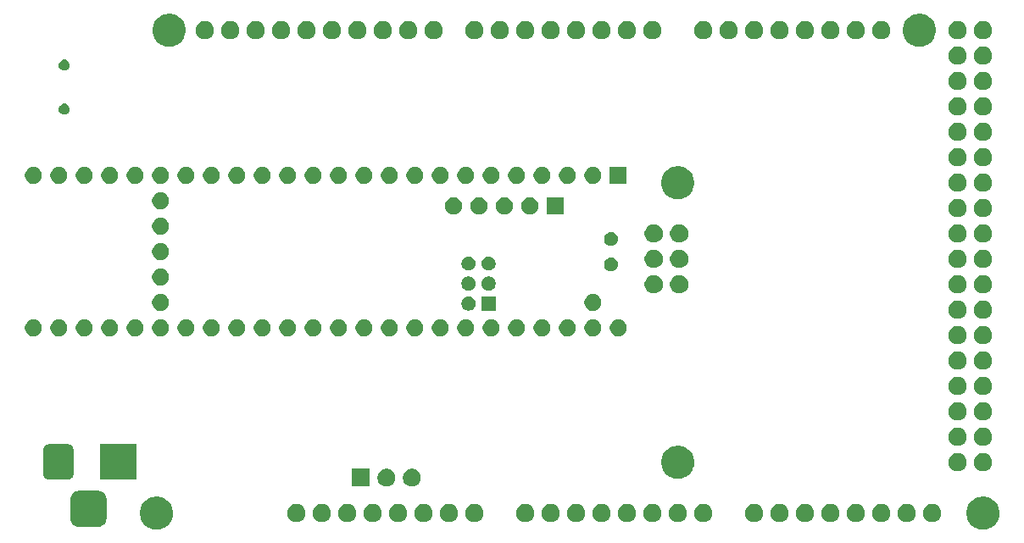
<source format=gbr>
G04 #@! TF.GenerationSoftware,KiCad,Pcbnew,(5.1.5)-3*
G04 #@! TF.CreationDate,2020-10-16T19:19:18-07:00*
G04 #@! TF.ProjectId,teensy4_ramps,7465656e-7379-4345-9f72-616d70732e6b,rev?*
G04 #@! TF.SameCoordinates,Original*
G04 #@! TF.FileFunction,Soldermask,Bot*
G04 #@! TF.FilePolarity,Negative*
%FSLAX46Y46*%
G04 Gerber Fmt 4.6, Leading zero omitted, Abs format (unit mm)*
G04 Created by KiCad (PCBNEW (5.1.5)-3) date 2020-10-16 19:19:18*
%MOMM*%
%LPD*%
G04 APERTURE LIST*
%ADD10C,0.100000*%
G04 APERTURE END LIST*
D10*
G36*
X198393056Y-99980898D02*
G01*
X198499379Y-100002047D01*
X198799842Y-100126503D01*
X199070251Y-100307185D01*
X199300215Y-100537149D01*
X199480897Y-100807558D01*
X199480898Y-100807560D01*
X199605353Y-101108022D01*
X199668800Y-101426989D01*
X199668800Y-101752211D01*
X199626502Y-101964856D01*
X199605353Y-102071179D01*
X199563334Y-102172622D01*
X199510566Y-102300016D01*
X199480897Y-102371642D01*
X199300215Y-102642051D01*
X199070251Y-102872015D01*
X198799842Y-103052697D01*
X198499379Y-103177153D01*
X198393056Y-103198302D01*
X198180411Y-103240600D01*
X197855189Y-103240600D01*
X197642544Y-103198302D01*
X197536221Y-103177153D01*
X197235758Y-103052697D01*
X196965349Y-102872015D01*
X196735385Y-102642051D01*
X196554703Y-102371642D01*
X196525035Y-102300016D01*
X196472266Y-102172622D01*
X196430247Y-102071179D01*
X196409098Y-101964856D01*
X196366800Y-101752211D01*
X196366800Y-101426989D01*
X196430247Y-101108022D01*
X196554702Y-100807560D01*
X196554703Y-100807558D01*
X196735385Y-100537149D01*
X196965349Y-100307185D01*
X197235758Y-100126503D01*
X197536221Y-100002047D01*
X197642544Y-99980898D01*
X197855189Y-99938600D01*
X198180411Y-99938600D01*
X198393056Y-99980898D01*
G37*
G36*
X115843056Y-99980898D02*
G01*
X115949379Y-100002047D01*
X116249842Y-100126503D01*
X116520251Y-100307185D01*
X116750215Y-100537149D01*
X116930897Y-100807558D01*
X116930898Y-100807560D01*
X117055353Y-101108022D01*
X117118800Y-101426989D01*
X117118800Y-101752211D01*
X117076502Y-101964856D01*
X117055353Y-102071179D01*
X117013334Y-102172622D01*
X116960566Y-102300016D01*
X116930897Y-102371642D01*
X116750215Y-102642051D01*
X116520251Y-102872015D01*
X116249842Y-103052697D01*
X115949379Y-103177153D01*
X115843056Y-103198302D01*
X115630411Y-103240600D01*
X115305189Y-103240600D01*
X115092544Y-103198302D01*
X114986221Y-103177153D01*
X114685758Y-103052697D01*
X114415349Y-102872015D01*
X114185385Y-102642051D01*
X114004703Y-102371642D01*
X113975035Y-102300016D01*
X113922266Y-102172622D01*
X113880247Y-102071179D01*
X113859098Y-101964856D01*
X113816800Y-101752211D01*
X113816800Y-101426989D01*
X113880247Y-101108022D01*
X114004702Y-100807560D01*
X114004703Y-100807558D01*
X114185385Y-100537149D01*
X114415349Y-100307185D01*
X114685758Y-100126503D01*
X114986221Y-100002047D01*
X115092544Y-99980898D01*
X115305189Y-99938600D01*
X115630411Y-99938600D01*
X115843056Y-99980898D01*
G37*
G36*
X109790366Y-99384895D02*
G01*
X109947460Y-99432549D01*
X110092231Y-99509931D01*
X110219128Y-99614072D01*
X110323269Y-99740969D01*
X110400651Y-99885740D01*
X110448305Y-100042834D01*
X110465000Y-100212340D01*
X110465000Y-102126060D01*
X110448305Y-102295566D01*
X110400651Y-102452660D01*
X110323269Y-102597431D01*
X110219128Y-102724328D01*
X110092231Y-102828469D01*
X109947460Y-102905851D01*
X109790366Y-102953505D01*
X109620860Y-102970200D01*
X107707140Y-102970200D01*
X107537634Y-102953505D01*
X107380540Y-102905851D01*
X107235769Y-102828469D01*
X107108872Y-102724328D01*
X107004731Y-102597431D01*
X106927349Y-102452660D01*
X106879695Y-102295566D01*
X106863000Y-102126060D01*
X106863000Y-100212340D01*
X106879695Y-100042834D01*
X106927349Y-99885740D01*
X107004731Y-99740969D01*
X107108872Y-99614072D01*
X107235769Y-99509931D01*
X107380540Y-99432549D01*
X107537634Y-99384895D01*
X107707140Y-99368200D01*
X109620860Y-99368200D01*
X109790366Y-99384895D01*
G37*
G36*
X175424578Y-100710147D02*
G01*
X175591024Y-100779091D01*
X175740822Y-100879183D01*
X175868217Y-101006578D01*
X175968309Y-101156376D01*
X176037253Y-101322822D01*
X176072400Y-101499518D01*
X176072400Y-101679682D01*
X176037253Y-101856378D01*
X175968309Y-102022824D01*
X175868217Y-102172622D01*
X175740822Y-102300017D01*
X175591024Y-102400109D01*
X175424578Y-102469053D01*
X175247882Y-102504200D01*
X175067718Y-102504200D01*
X174891022Y-102469053D01*
X174724576Y-102400109D01*
X174574778Y-102300017D01*
X174447383Y-102172622D01*
X174347291Y-102022824D01*
X174278347Y-101856378D01*
X174243200Y-101679682D01*
X174243200Y-101499518D01*
X174278347Y-101322822D01*
X174347291Y-101156376D01*
X174447383Y-101006578D01*
X174574778Y-100879183D01*
X174724576Y-100779091D01*
X174891022Y-100710147D01*
X175067718Y-100675000D01*
X175247882Y-100675000D01*
X175424578Y-100710147D01*
G37*
G36*
X180504578Y-100710147D02*
G01*
X180671024Y-100779091D01*
X180820822Y-100879183D01*
X180948217Y-101006578D01*
X181048309Y-101156376D01*
X181117253Y-101322822D01*
X181152400Y-101499518D01*
X181152400Y-101679682D01*
X181117253Y-101856378D01*
X181048309Y-102022824D01*
X180948217Y-102172622D01*
X180820822Y-102300017D01*
X180671024Y-102400109D01*
X180504578Y-102469053D01*
X180327882Y-102504200D01*
X180147718Y-102504200D01*
X179971022Y-102469053D01*
X179804576Y-102400109D01*
X179654778Y-102300017D01*
X179527383Y-102172622D01*
X179427291Y-102022824D01*
X179358347Y-101856378D01*
X179323200Y-101679682D01*
X179323200Y-101499518D01*
X179358347Y-101322822D01*
X179427291Y-101156376D01*
X179527383Y-101006578D01*
X179654778Y-100879183D01*
X179804576Y-100779091D01*
X179971022Y-100710147D01*
X180147718Y-100675000D01*
X180327882Y-100675000D01*
X180504578Y-100710147D01*
G37*
G36*
X183044578Y-100710147D02*
G01*
X183211024Y-100779091D01*
X183360822Y-100879183D01*
X183488217Y-101006578D01*
X183588309Y-101156376D01*
X183657253Y-101322822D01*
X183692400Y-101499518D01*
X183692400Y-101679682D01*
X183657253Y-101856378D01*
X183588309Y-102022824D01*
X183488217Y-102172622D01*
X183360822Y-102300017D01*
X183211024Y-102400109D01*
X183044578Y-102469053D01*
X182867882Y-102504200D01*
X182687718Y-102504200D01*
X182511022Y-102469053D01*
X182344576Y-102400109D01*
X182194778Y-102300017D01*
X182067383Y-102172622D01*
X181967291Y-102022824D01*
X181898347Y-101856378D01*
X181863200Y-101679682D01*
X181863200Y-101499518D01*
X181898347Y-101322822D01*
X181967291Y-101156376D01*
X182067383Y-101006578D01*
X182194778Y-100879183D01*
X182344576Y-100779091D01*
X182511022Y-100710147D01*
X182687718Y-100675000D01*
X182867882Y-100675000D01*
X183044578Y-100710147D01*
G37*
G36*
X177964578Y-100710147D02*
G01*
X178131024Y-100779091D01*
X178280822Y-100879183D01*
X178408217Y-101006578D01*
X178508309Y-101156376D01*
X178577253Y-101322822D01*
X178612400Y-101499518D01*
X178612400Y-101679682D01*
X178577253Y-101856378D01*
X178508309Y-102022824D01*
X178408217Y-102172622D01*
X178280822Y-102300017D01*
X178131024Y-102400109D01*
X177964578Y-102469053D01*
X177787882Y-102504200D01*
X177607718Y-102504200D01*
X177431022Y-102469053D01*
X177264576Y-102400109D01*
X177114778Y-102300017D01*
X176987383Y-102172622D01*
X176887291Y-102022824D01*
X176818347Y-101856378D01*
X176783200Y-101679682D01*
X176783200Y-101499518D01*
X176818347Y-101322822D01*
X176887291Y-101156376D01*
X176987383Y-101006578D01*
X177114778Y-100879183D01*
X177264576Y-100779091D01*
X177431022Y-100710147D01*
X177607718Y-100675000D01*
X177787882Y-100675000D01*
X177964578Y-100710147D01*
G37*
G36*
X170344578Y-100710147D02*
G01*
X170511024Y-100779091D01*
X170660822Y-100879183D01*
X170788217Y-101006578D01*
X170888309Y-101156376D01*
X170957253Y-101322822D01*
X170992400Y-101499518D01*
X170992400Y-101679682D01*
X170957253Y-101856378D01*
X170888309Y-102022824D01*
X170788217Y-102172622D01*
X170660822Y-102300017D01*
X170511024Y-102400109D01*
X170344578Y-102469053D01*
X170167882Y-102504200D01*
X169987718Y-102504200D01*
X169811022Y-102469053D01*
X169644576Y-102400109D01*
X169494778Y-102300017D01*
X169367383Y-102172622D01*
X169267291Y-102022824D01*
X169198347Y-101856378D01*
X169163200Y-101679682D01*
X169163200Y-101499518D01*
X169198347Y-101322822D01*
X169267291Y-101156376D01*
X169367383Y-101006578D01*
X169494778Y-100879183D01*
X169644576Y-100779091D01*
X169811022Y-100710147D01*
X169987718Y-100675000D01*
X170167882Y-100675000D01*
X170344578Y-100710147D01*
G37*
G36*
X167804578Y-100710147D02*
G01*
X167971024Y-100779091D01*
X168120822Y-100879183D01*
X168248217Y-101006578D01*
X168348309Y-101156376D01*
X168417253Y-101322822D01*
X168452400Y-101499518D01*
X168452400Y-101679682D01*
X168417253Y-101856378D01*
X168348309Y-102022824D01*
X168248217Y-102172622D01*
X168120822Y-102300017D01*
X167971024Y-102400109D01*
X167804578Y-102469053D01*
X167627882Y-102504200D01*
X167447718Y-102504200D01*
X167271022Y-102469053D01*
X167104576Y-102400109D01*
X166954778Y-102300017D01*
X166827383Y-102172622D01*
X166727291Y-102022824D01*
X166658347Y-101856378D01*
X166623200Y-101679682D01*
X166623200Y-101499518D01*
X166658347Y-101322822D01*
X166727291Y-101156376D01*
X166827383Y-101006578D01*
X166954778Y-100879183D01*
X167104576Y-100779091D01*
X167271022Y-100710147D01*
X167447718Y-100675000D01*
X167627882Y-100675000D01*
X167804578Y-100710147D01*
G37*
G36*
X165264578Y-100710147D02*
G01*
X165431024Y-100779091D01*
X165580822Y-100879183D01*
X165708217Y-101006578D01*
X165808309Y-101156376D01*
X165877253Y-101322822D01*
X165912400Y-101499518D01*
X165912400Y-101679682D01*
X165877253Y-101856378D01*
X165808309Y-102022824D01*
X165708217Y-102172622D01*
X165580822Y-102300017D01*
X165431024Y-102400109D01*
X165264578Y-102469053D01*
X165087882Y-102504200D01*
X164907718Y-102504200D01*
X164731022Y-102469053D01*
X164564576Y-102400109D01*
X164414778Y-102300017D01*
X164287383Y-102172622D01*
X164187291Y-102022824D01*
X164118347Y-101856378D01*
X164083200Y-101679682D01*
X164083200Y-101499518D01*
X164118347Y-101322822D01*
X164187291Y-101156376D01*
X164287383Y-101006578D01*
X164414778Y-100879183D01*
X164564576Y-100779091D01*
X164731022Y-100710147D01*
X164907718Y-100675000D01*
X165087882Y-100675000D01*
X165264578Y-100710147D01*
G37*
G36*
X162724578Y-100710147D02*
G01*
X162891024Y-100779091D01*
X163040822Y-100879183D01*
X163168217Y-101006578D01*
X163268309Y-101156376D01*
X163337253Y-101322822D01*
X163372400Y-101499518D01*
X163372400Y-101679682D01*
X163337253Y-101856378D01*
X163268309Y-102022824D01*
X163168217Y-102172622D01*
X163040822Y-102300017D01*
X162891024Y-102400109D01*
X162724578Y-102469053D01*
X162547882Y-102504200D01*
X162367718Y-102504200D01*
X162191022Y-102469053D01*
X162024576Y-102400109D01*
X161874778Y-102300017D01*
X161747383Y-102172622D01*
X161647291Y-102022824D01*
X161578347Y-101856378D01*
X161543200Y-101679682D01*
X161543200Y-101499518D01*
X161578347Y-101322822D01*
X161647291Y-101156376D01*
X161747383Y-101006578D01*
X161874778Y-100879183D01*
X162024576Y-100779091D01*
X162191022Y-100710147D01*
X162367718Y-100675000D01*
X162547882Y-100675000D01*
X162724578Y-100710147D01*
G37*
G36*
X185584578Y-100710147D02*
G01*
X185751024Y-100779091D01*
X185900822Y-100879183D01*
X186028217Y-101006578D01*
X186128309Y-101156376D01*
X186197253Y-101322822D01*
X186232400Y-101499518D01*
X186232400Y-101679682D01*
X186197253Y-101856378D01*
X186128309Y-102022824D01*
X186028217Y-102172622D01*
X185900822Y-102300017D01*
X185751024Y-102400109D01*
X185584578Y-102469053D01*
X185407882Y-102504200D01*
X185227718Y-102504200D01*
X185051022Y-102469053D01*
X184884576Y-102400109D01*
X184734778Y-102300017D01*
X184607383Y-102172622D01*
X184507291Y-102022824D01*
X184438347Y-101856378D01*
X184403200Y-101679682D01*
X184403200Y-101499518D01*
X184438347Y-101322822D01*
X184507291Y-101156376D01*
X184607383Y-101006578D01*
X184734778Y-100879183D01*
X184884576Y-100779091D01*
X185051022Y-100710147D01*
X185227718Y-100675000D01*
X185407882Y-100675000D01*
X185584578Y-100710147D01*
G37*
G36*
X157644578Y-100710147D02*
G01*
X157811024Y-100779091D01*
X157960822Y-100879183D01*
X158088217Y-101006578D01*
X158188309Y-101156376D01*
X158257253Y-101322822D01*
X158292400Y-101499518D01*
X158292400Y-101679682D01*
X158257253Y-101856378D01*
X158188309Y-102022824D01*
X158088217Y-102172622D01*
X157960822Y-102300017D01*
X157811024Y-102400109D01*
X157644578Y-102469053D01*
X157467882Y-102504200D01*
X157287718Y-102504200D01*
X157111022Y-102469053D01*
X156944576Y-102400109D01*
X156794778Y-102300017D01*
X156667383Y-102172622D01*
X156567291Y-102022824D01*
X156498347Y-101856378D01*
X156463200Y-101679682D01*
X156463200Y-101499518D01*
X156498347Y-101322822D01*
X156567291Y-101156376D01*
X156667383Y-101006578D01*
X156794778Y-100879183D01*
X156944576Y-100779091D01*
X157111022Y-100710147D01*
X157287718Y-100675000D01*
X157467882Y-100675000D01*
X157644578Y-100710147D01*
G37*
G36*
X155104578Y-100710147D02*
G01*
X155271024Y-100779091D01*
X155420822Y-100879183D01*
X155548217Y-101006578D01*
X155648309Y-101156376D01*
X155717253Y-101322822D01*
X155752400Y-101499518D01*
X155752400Y-101679682D01*
X155717253Y-101856378D01*
X155648309Y-102022824D01*
X155548217Y-102172622D01*
X155420822Y-102300017D01*
X155271024Y-102400109D01*
X155104578Y-102469053D01*
X154927882Y-102504200D01*
X154747718Y-102504200D01*
X154571022Y-102469053D01*
X154404576Y-102400109D01*
X154254778Y-102300017D01*
X154127383Y-102172622D01*
X154027291Y-102022824D01*
X153958347Y-101856378D01*
X153923200Y-101679682D01*
X153923200Y-101499518D01*
X153958347Y-101322822D01*
X154027291Y-101156376D01*
X154127383Y-101006578D01*
X154254778Y-100879183D01*
X154404576Y-100779091D01*
X154571022Y-100710147D01*
X154747718Y-100675000D01*
X154927882Y-100675000D01*
X155104578Y-100710147D01*
G37*
G36*
X129704578Y-100710147D02*
G01*
X129871024Y-100779091D01*
X130020822Y-100879183D01*
X130148217Y-101006578D01*
X130248309Y-101156376D01*
X130317253Y-101322822D01*
X130352400Y-101499518D01*
X130352400Y-101679682D01*
X130317253Y-101856378D01*
X130248309Y-102022824D01*
X130148217Y-102172622D01*
X130020822Y-102300017D01*
X129871024Y-102400109D01*
X129704578Y-102469053D01*
X129527882Y-102504200D01*
X129347718Y-102504200D01*
X129171022Y-102469053D01*
X129004576Y-102400109D01*
X128854778Y-102300017D01*
X128727383Y-102172622D01*
X128627291Y-102022824D01*
X128558347Y-101856378D01*
X128523200Y-101679682D01*
X128523200Y-101499518D01*
X128558347Y-101322822D01*
X128627291Y-101156376D01*
X128727383Y-101006578D01*
X128854778Y-100879183D01*
X129004576Y-100779091D01*
X129171022Y-100710147D01*
X129347718Y-100675000D01*
X129527882Y-100675000D01*
X129704578Y-100710147D01*
G37*
G36*
X188124578Y-100710147D02*
G01*
X188291024Y-100779091D01*
X188440822Y-100879183D01*
X188568217Y-101006578D01*
X188668309Y-101156376D01*
X188737253Y-101322822D01*
X188772400Y-101499518D01*
X188772400Y-101679682D01*
X188737253Y-101856378D01*
X188668309Y-102022824D01*
X188568217Y-102172622D01*
X188440822Y-102300017D01*
X188291024Y-102400109D01*
X188124578Y-102469053D01*
X187947882Y-102504200D01*
X187767718Y-102504200D01*
X187591022Y-102469053D01*
X187424576Y-102400109D01*
X187274778Y-102300017D01*
X187147383Y-102172622D01*
X187047291Y-102022824D01*
X186978347Y-101856378D01*
X186943200Y-101679682D01*
X186943200Y-101499518D01*
X186978347Y-101322822D01*
X187047291Y-101156376D01*
X187147383Y-101006578D01*
X187274778Y-100879183D01*
X187424576Y-100779091D01*
X187591022Y-100710147D01*
X187767718Y-100675000D01*
X187947882Y-100675000D01*
X188124578Y-100710147D01*
G37*
G36*
X160184578Y-100710147D02*
G01*
X160351024Y-100779091D01*
X160500822Y-100879183D01*
X160628217Y-101006578D01*
X160728309Y-101156376D01*
X160797253Y-101322822D01*
X160832400Y-101499518D01*
X160832400Y-101679682D01*
X160797253Y-101856378D01*
X160728309Y-102022824D01*
X160628217Y-102172622D01*
X160500822Y-102300017D01*
X160351024Y-102400109D01*
X160184578Y-102469053D01*
X160007882Y-102504200D01*
X159827718Y-102504200D01*
X159651022Y-102469053D01*
X159484576Y-102400109D01*
X159334778Y-102300017D01*
X159207383Y-102172622D01*
X159107291Y-102022824D01*
X159038347Y-101856378D01*
X159003200Y-101679682D01*
X159003200Y-101499518D01*
X159038347Y-101322822D01*
X159107291Y-101156376D01*
X159207383Y-101006578D01*
X159334778Y-100879183D01*
X159484576Y-100779091D01*
X159651022Y-100710147D01*
X159827718Y-100675000D01*
X160007882Y-100675000D01*
X160184578Y-100710147D01*
G37*
G36*
X152564578Y-100710147D02*
G01*
X152731024Y-100779091D01*
X152880822Y-100879183D01*
X153008217Y-101006578D01*
X153108309Y-101156376D01*
X153177253Y-101322822D01*
X153212400Y-101499518D01*
X153212400Y-101679682D01*
X153177253Y-101856378D01*
X153108309Y-102022824D01*
X153008217Y-102172622D01*
X152880822Y-102300017D01*
X152731024Y-102400109D01*
X152564578Y-102469053D01*
X152387882Y-102504200D01*
X152207718Y-102504200D01*
X152031022Y-102469053D01*
X151864576Y-102400109D01*
X151714778Y-102300017D01*
X151587383Y-102172622D01*
X151487291Y-102022824D01*
X151418347Y-101856378D01*
X151383200Y-101679682D01*
X151383200Y-101499518D01*
X151418347Y-101322822D01*
X151487291Y-101156376D01*
X151587383Y-101006578D01*
X151714778Y-100879183D01*
X151864576Y-100779091D01*
X152031022Y-100710147D01*
X152207718Y-100675000D01*
X152387882Y-100675000D01*
X152564578Y-100710147D01*
G37*
G36*
X147484578Y-100710147D02*
G01*
X147651024Y-100779091D01*
X147800822Y-100879183D01*
X147928217Y-101006578D01*
X148028309Y-101156376D01*
X148097253Y-101322822D01*
X148132400Y-101499518D01*
X148132400Y-101679682D01*
X148097253Y-101856378D01*
X148028309Y-102022824D01*
X147928217Y-102172622D01*
X147800822Y-102300017D01*
X147651024Y-102400109D01*
X147484578Y-102469053D01*
X147307882Y-102504200D01*
X147127718Y-102504200D01*
X146951022Y-102469053D01*
X146784576Y-102400109D01*
X146634778Y-102300017D01*
X146507383Y-102172622D01*
X146407291Y-102022824D01*
X146338347Y-101856378D01*
X146303200Y-101679682D01*
X146303200Y-101499518D01*
X146338347Y-101322822D01*
X146407291Y-101156376D01*
X146507383Y-101006578D01*
X146634778Y-100879183D01*
X146784576Y-100779091D01*
X146951022Y-100710147D01*
X147127718Y-100675000D01*
X147307882Y-100675000D01*
X147484578Y-100710147D01*
G37*
G36*
X144944578Y-100710147D02*
G01*
X145111024Y-100779091D01*
X145260822Y-100879183D01*
X145388217Y-101006578D01*
X145488309Y-101156376D01*
X145557253Y-101322822D01*
X145592400Y-101499518D01*
X145592400Y-101679682D01*
X145557253Y-101856378D01*
X145488309Y-102022824D01*
X145388217Y-102172622D01*
X145260822Y-102300017D01*
X145111024Y-102400109D01*
X144944578Y-102469053D01*
X144767882Y-102504200D01*
X144587718Y-102504200D01*
X144411022Y-102469053D01*
X144244576Y-102400109D01*
X144094778Y-102300017D01*
X143967383Y-102172622D01*
X143867291Y-102022824D01*
X143798347Y-101856378D01*
X143763200Y-101679682D01*
X143763200Y-101499518D01*
X143798347Y-101322822D01*
X143867291Y-101156376D01*
X143967383Y-101006578D01*
X144094778Y-100879183D01*
X144244576Y-100779091D01*
X144411022Y-100710147D01*
X144587718Y-100675000D01*
X144767882Y-100675000D01*
X144944578Y-100710147D01*
G37*
G36*
X142404578Y-100710147D02*
G01*
X142571024Y-100779091D01*
X142720822Y-100879183D01*
X142848217Y-101006578D01*
X142948309Y-101156376D01*
X143017253Y-101322822D01*
X143052400Y-101499518D01*
X143052400Y-101679682D01*
X143017253Y-101856378D01*
X142948309Y-102022824D01*
X142848217Y-102172622D01*
X142720822Y-102300017D01*
X142571024Y-102400109D01*
X142404578Y-102469053D01*
X142227882Y-102504200D01*
X142047718Y-102504200D01*
X141871022Y-102469053D01*
X141704576Y-102400109D01*
X141554778Y-102300017D01*
X141427383Y-102172622D01*
X141327291Y-102022824D01*
X141258347Y-101856378D01*
X141223200Y-101679682D01*
X141223200Y-101499518D01*
X141258347Y-101322822D01*
X141327291Y-101156376D01*
X141427383Y-101006578D01*
X141554778Y-100879183D01*
X141704576Y-100779091D01*
X141871022Y-100710147D01*
X142047718Y-100675000D01*
X142227882Y-100675000D01*
X142404578Y-100710147D01*
G37*
G36*
X137324578Y-100710147D02*
G01*
X137491024Y-100779091D01*
X137640822Y-100879183D01*
X137768217Y-101006578D01*
X137868309Y-101156376D01*
X137937253Y-101322822D01*
X137972400Y-101499518D01*
X137972400Y-101679682D01*
X137937253Y-101856378D01*
X137868309Y-102022824D01*
X137768217Y-102172622D01*
X137640822Y-102300017D01*
X137491024Y-102400109D01*
X137324578Y-102469053D01*
X137147882Y-102504200D01*
X136967718Y-102504200D01*
X136791022Y-102469053D01*
X136624576Y-102400109D01*
X136474778Y-102300017D01*
X136347383Y-102172622D01*
X136247291Y-102022824D01*
X136178347Y-101856378D01*
X136143200Y-101679682D01*
X136143200Y-101499518D01*
X136178347Y-101322822D01*
X136247291Y-101156376D01*
X136347383Y-101006578D01*
X136474778Y-100879183D01*
X136624576Y-100779091D01*
X136791022Y-100710147D01*
X136967718Y-100675000D01*
X137147882Y-100675000D01*
X137324578Y-100710147D01*
G37*
G36*
X193204578Y-100710147D02*
G01*
X193371024Y-100779091D01*
X193520822Y-100879183D01*
X193648217Y-101006578D01*
X193748309Y-101156376D01*
X193817253Y-101322822D01*
X193852400Y-101499518D01*
X193852400Y-101679682D01*
X193817253Y-101856378D01*
X193748309Y-102022824D01*
X193648217Y-102172622D01*
X193520822Y-102300017D01*
X193371024Y-102400109D01*
X193204578Y-102469053D01*
X193027882Y-102504200D01*
X192847718Y-102504200D01*
X192671022Y-102469053D01*
X192504576Y-102400109D01*
X192354778Y-102300017D01*
X192227383Y-102172622D01*
X192127291Y-102022824D01*
X192058347Y-101856378D01*
X192023200Y-101679682D01*
X192023200Y-101499518D01*
X192058347Y-101322822D01*
X192127291Y-101156376D01*
X192227383Y-101006578D01*
X192354778Y-100879183D01*
X192504576Y-100779091D01*
X192671022Y-100710147D01*
X192847718Y-100675000D01*
X193027882Y-100675000D01*
X193204578Y-100710147D01*
G37*
G36*
X190664578Y-100710147D02*
G01*
X190831024Y-100779091D01*
X190980822Y-100879183D01*
X191108217Y-101006578D01*
X191208309Y-101156376D01*
X191277253Y-101322822D01*
X191312400Y-101499518D01*
X191312400Y-101679682D01*
X191277253Y-101856378D01*
X191208309Y-102022824D01*
X191108217Y-102172622D01*
X190980822Y-102300017D01*
X190831024Y-102400109D01*
X190664578Y-102469053D01*
X190487882Y-102504200D01*
X190307718Y-102504200D01*
X190131022Y-102469053D01*
X189964576Y-102400109D01*
X189814778Y-102300017D01*
X189687383Y-102172622D01*
X189587291Y-102022824D01*
X189518347Y-101856378D01*
X189483200Y-101679682D01*
X189483200Y-101499518D01*
X189518347Y-101322822D01*
X189587291Y-101156376D01*
X189687383Y-101006578D01*
X189814778Y-100879183D01*
X189964576Y-100779091D01*
X190131022Y-100710147D01*
X190307718Y-100675000D01*
X190487882Y-100675000D01*
X190664578Y-100710147D01*
G37*
G36*
X132244578Y-100710147D02*
G01*
X132411024Y-100779091D01*
X132560822Y-100879183D01*
X132688217Y-101006578D01*
X132788309Y-101156376D01*
X132857253Y-101322822D01*
X132892400Y-101499518D01*
X132892400Y-101679682D01*
X132857253Y-101856378D01*
X132788309Y-102022824D01*
X132688217Y-102172622D01*
X132560822Y-102300017D01*
X132411024Y-102400109D01*
X132244578Y-102469053D01*
X132067882Y-102504200D01*
X131887718Y-102504200D01*
X131711022Y-102469053D01*
X131544576Y-102400109D01*
X131394778Y-102300017D01*
X131267383Y-102172622D01*
X131167291Y-102022824D01*
X131098347Y-101856378D01*
X131063200Y-101679682D01*
X131063200Y-101499518D01*
X131098347Y-101322822D01*
X131167291Y-101156376D01*
X131267383Y-101006578D01*
X131394778Y-100879183D01*
X131544576Y-100779091D01*
X131711022Y-100710147D01*
X131887718Y-100675000D01*
X132067882Y-100675000D01*
X132244578Y-100710147D01*
G37*
G36*
X139864578Y-100710147D02*
G01*
X140031024Y-100779091D01*
X140180822Y-100879183D01*
X140308217Y-101006578D01*
X140408309Y-101156376D01*
X140477253Y-101322822D01*
X140512400Y-101499518D01*
X140512400Y-101679682D01*
X140477253Y-101856378D01*
X140408309Y-102022824D01*
X140308217Y-102172622D01*
X140180822Y-102300017D01*
X140031024Y-102400109D01*
X139864578Y-102469053D01*
X139687882Y-102504200D01*
X139507718Y-102504200D01*
X139331022Y-102469053D01*
X139164576Y-102400109D01*
X139014778Y-102300017D01*
X138887383Y-102172622D01*
X138787291Y-102022824D01*
X138718347Y-101856378D01*
X138683200Y-101679682D01*
X138683200Y-101499518D01*
X138718347Y-101322822D01*
X138787291Y-101156376D01*
X138887383Y-101006578D01*
X139014778Y-100879183D01*
X139164576Y-100779091D01*
X139331022Y-100710147D01*
X139507718Y-100675000D01*
X139687882Y-100675000D01*
X139864578Y-100710147D01*
G37*
G36*
X134784578Y-100710147D02*
G01*
X134951024Y-100779091D01*
X135100822Y-100879183D01*
X135228217Y-101006578D01*
X135328309Y-101156376D01*
X135397253Y-101322822D01*
X135432400Y-101499518D01*
X135432400Y-101679682D01*
X135397253Y-101856378D01*
X135328309Y-102022824D01*
X135228217Y-102172622D01*
X135100822Y-102300017D01*
X134951024Y-102400109D01*
X134784578Y-102469053D01*
X134607882Y-102504200D01*
X134427718Y-102504200D01*
X134251022Y-102469053D01*
X134084576Y-102400109D01*
X133934778Y-102300017D01*
X133807383Y-102172622D01*
X133707291Y-102022824D01*
X133638347Y-101856378D01*
X133603200Y-101679682D01*
X133603200Y-101499518D01*
X133638347Y-101322822D01*
X133707291Y-101156376D01*
X133807383Y-101006578D01*
X133934778Y-100879183D01*
X134084576Y-100779091D01*
X134251022Y-100710147D01*
X134427718Y-100675000D01*
X134607882Y-100675000D01*
X134784578Y-100710147D01*
G37*
G36*
X138543512Y-97147927D02*
G01*
X138692812Y-97177624D01*
X138856784Y-97245544D01*
X139004354Y-97344147D01*
X139129853Y-97469646D01*
X139228456Y-97617216D01*
X139296376Y-97781188D01*
X139325090Y-97925545D01*
X139330548Y-97952984D01*
X139331000Y-97955259D01*
X139331000Y-98132741D01*
X139296376Y-98306812D01*
X139228456Y-98470784D01*
X139129853Y-98618354D01*
X139004354Y-98743853D01*
X138856784Y-98842456D01*
X138692812Y-98910376D01*
X138543512Y-98940073D01*
X138518742Y-98945000D01*
X138341258Y-98945000D01*
X138316488Y-98940073D01*
X138167188Y-98910376D01*
X138003216Y-98842456D01*
X137855646Y-98743853D01*
X137730147Y-98618354D01*
X137631544Y-98470784D01*
X137563624Y-98306812D01*
X137529000Y-98132741D01*
X137529000Y-97955259D01*
X137529453Y-97952984D01*
X137534910Y-97925545D01*
X137563624Y-97781188D01*
X137631544Y-97617216D01*
X137730147Y-97469646D01*
X137855646Y-97344147D01*
X138003216Y-97245544D01*
X138167188Y-97177624D01*
X138316488Y-97147927D01*
X138341258Y-97143000D01*
X138518742Y-97143000D01*
X138543512Y-97147927D01*
G37*
G36*
X141083512Y-97147927D02*
G01*
X141232812Y-97177624D01*
X141396784Y-97245544D01*
X141544354Y-97344147D01*
X141669853Y-97469646D01*
X141768456Y-97617216D01*
X141836376Y-97781188D01*
X141865090Y-97925545D01*
X141870548Y-97952984D01*
X141871000Y-97955259D01*
X141871000Y-98132741D01*
X141836376Y-98306812D01*
X141768456Y-98470784D01*
X141669853Y-98618354D01*
X141544354Y-98743853D01*
X141396784Y-98842456D01*
X141232812Y-98910376D01*
X141083512Y-98940073D01*
X141058742Y-98945000D01*
X140881258Y-98945000D01*
X140856488Y-98940073D01*
X140707188Y-98910376D01*
X140543216Y-98842456D01*
X140395646Y-98743853D01*
X140270147Y-98618354D01*
X140171544Y-98470784D01*
X140103624Y-98306812D01*
X140069000Y-98132741D01*
X140069000Y-97955259D01*
X140069453Y-97952984D01*
X140074910Y-97925545D01*
X140103624Y-97781188D01*
X140171544Y-97617216D01*
X140270147Y-97469646D01*
X140395646Y-97344147D01*
X140543216Y-97245544D01*
X140707188Y-97177624D01*
X140856488Y-97147927D01*
X140881258Y-97143000D01*
X141058742Y-97143000D01*
X141083512Y-97147927D01*
G37*
G36*
X136791000Y-98945000D02*
G01*
X134989000Y-98945000D01*
X134989000Y-97143000D01*
X136791000Y-97143000D01*
X136791000Y-98945000D01*
G37*
G36*
X106640979Y-94682493D02*
G01*
X106774625Y-94723034D01*
X106897784Y-94788864D01*
X107005740Y-94877460D01*
X107094336Y-94985416D01*
X107160166Y-95108575D01*
X107200707Y-95242221D01*
X107215000Y-95387340D01*
X107215000Y-97551060D01*
X107200707Y-97696179D01*
X107160166Y-97829825D01*
X107094336Y-97952984D01*
X107005740Y-98060940D01*
X106897784Y-98149536D01*
X106774625Y-98215366D01*
X106640979Y-98255907D01*
X106495860Y-98270200D01*
X104832140Y-98270200D01*
X104687021Y-98255907D01*
X104553375Y-98215366D01*
X104430216Y-98149536D01*
X104322260Y-98060940D01*
X104233664Y-97952984D01*
X104167834Y-97829825D01*
X104127293Y-97696179D01*
X104113000Y-97551060D01*
X104113000Y-95387340D01*
X104127293Y-95242221D01*
X104167834Y-95108575D01*
X104233664Y-94985416D01*
X104322260Y-94877460D01*
X104430216Y-94788864D01*
X104553375Y-94723034D01*
X104687021Y-94682493D01*
X104832140Y-94668200D01*
X106495860Y-94668200D01*
X106640979Y-94682493D01*
G37*
G36*
X113465000Y-98270200D02*
G01*
X109863000Y-98270200D01*
X109863000Y-94668200D01*
X113465000Y-94668200D01*
X113465000Y-98270200D01*
G37*
G36*
X167885109Y-94895339D02*
G01*
X168019379Y-94922047D01*
X168319842Y-95046503D01*
X168590251Y-95227185D01*
X168820215Y-95457149D01*
X169000897Y-95727558D01*
X169000898Y-95727560D01*
X169125353Y-96028022D01*
X169188800Y-96346989D01*
X169188800Y-96672211D01*
X169146502Y-96884856D01*
X169125353Y-96991179D01*
X169048125Y-97177624D01*
X169019992Y-97245544D01*
X169000897Y-97291642D01*
X168820215Y-97562051D01*
X168590251Y-97792015D01*
X168319842Y-97972697D01*
X168019379Y-98097153D01*
X167913056Y-98118302D01*
X167700411Y-98160600D01*
X167375189Y-98160600D01*
X167162544Y-98118302D01*
X167056221Y-98097153D01*
X166755758Y-97972697D01*
X166485349Y-97792015D01*
X166255385Y-97562051D01*
X166074703Y-97291642D01*
X166055609Y-97245544D01*
X166027475Y-97177624D01*
X165950247Y-96991179D01*
X165929098Y-96884856D01*
X165886800Y-96672211D01*
X165886800Y-96346989D01*
X165950247Y-96028022D01*
X166074702Y-95727560D01*
X166074703Y-95727558D01*
X166255385Y-95457149D01*
X166485349Y-95227185D01*
X166755758Y-95046503D01*
X167056221Y-94922047D01*
X167190491Y-94895339D01*
X167375189Y-94858600D01*
X167700411Y-94858600D01*
X167885109Y-94895339D01*
G37*
G36*
X198284578Y-95630147D02*
G01*
X198451024Y-95699091D01*
X198600822Y-95799183D01*
X198728217Y-95926578D01*
X198828309Y-96076376D01*
X198897253Y-96242822D01*
X198932400Y-96419518D01*
X198932400Y-96599682D01*
X198897253Y-96776378D01*
X198828309Y-96942824D01*
X198728217Y-97092622D01*
X198600822Y-97220017D01*
X198451024Y-97320109D01*
X198284578Y-97389053D01*
X198107882Y-97424200D01*
X197927718Y-97424200D01*
X197751022Y-97389053D01*
X197584576Y-97320109D01*
X197434778Y-97220017D01*
X197307383Y-97092622D01*
X197207291Y-96942824D01*
X197138347Y-96776378D01*
X197103200Y-96599682D01*
X197103200Y-96419518D01*
X197138347Y-96242822D01*
X197207291Y-96076376D01*
X197307383Y-95926578D01*
X197434778Y-95799183D01*
X197584576Y-95699091D01*
X197751022Y-95630147D01*
X197927718Y-95595000D01*
X198107882Y-95595000D01*
X198284578Y-95630147D01*
G37*
G36*
X195744578Y-95630147D02*
G01*
X195911024Y-95699091D01*
X196060822Y-95799183D01*
X196188217Y-95926578D01*
X196288309Y-96076376D01*
X196357253Y-96242822D01*
X196392400Y-96419518D01*
X196392400Y-96599682D01*
X196357253Y-96776378D01*
X196288309Y-96942824D01*
X196188217Y-97092622D01*
X196060822Y-97220017D01*
X195911024Y-97320109D01*
X195744578Y-97389053D01*
X195567882Y-97424200D01*
X195387718Y-97424200D01*
X195211022Y-97389053D01*
X195044576Y-97320109D01*
X194894778Y-97220017D01*
X194767383Y-97092622D01*
X194667291Y-96942824D01*
X194598347Y-96776378D01*
X194563200Y-96599682D01*
X194563200Y-96419518D01*
X194598347Y-96242822D01*
X194667291Y-96076376D01*
X194767383Y-95926578D01*
X194894778Y-95799183D01*
X195044576Y-95699091D01*
X195211022Y-95630147D01*
X195387718Y-95595000D01*
X195567882Y-95595000D01*
X195744578Y-95630147D01*
G37*
G36*
X195744578Y-93090147D02*
G01*
X195911024Y-93159091D01*
X196060822Y-93259183D01*
X196188217Y-93386578D01*
X196288309Y-93536376D01*
X196357253Y-93702822D01*
X196392400Y-93879518D01*
X196392400Y-94059682D01*
X196357253Y-94236378D01*
X196288309Y-94402824D01*
X196188217Y-94552622D01*
X196060822Y-94680017D01*
X195911024Y-94780109D01*
X195744578Y-94849053D01*
X195567882Y-94884200D01*
X195387718Y-94884200D01*
X195211022Y-94849053D01*
X195044576Y-94780109D01*
X194894778Y-94680017D01*
X194767383Y-94552622D01*
X194667291Y-94402824D01*
X194598347Y-94236378D01*
X194563200Y-94059682D01*
X194563200Y-93879518D01*
X194598347Y-93702822D01*
X194667291Y-93536376D01*
X194767383Y-93386578D01*
X194894778Y-93259183D01*
X195044576Y-93159091D01*
X195211022Y-93090147D01*
X195387718Y-93055000D01*
X195567882Y-93055000D01*
X195744578Y-93090147D01*
G37*
G36*
X198284578Y-93090147D02*
G01*
X198451024Y-93159091D01*
X198600822Y-93259183D01*
X198728217Y-93386578D01*
X198828309Y-93536376D01*
X198897253Y-93702822D01*
X198932400Y-93879518D01*
X198932400Y-94059682D01*
X198897253Y-94236378D01*
X198828309Y-94402824D01*
X198728217Y-94552622D01*
X198600822Y-94680017D01*
X198451024Y-94780109D01*
X198284578Y-94849053D01*
X198107882Y-94884200D01*
X197927718Y-94884200D01*
X197751022Y-94849053D01*
X197584576Y-94780109D01*
X197434778Y-94680017D01*
X197307383Y-94552622D01*
X197207291Y-94402824D01*
X197138347Y-94236378D01*
X197103200Y-94059682D01*
X197103200Y-93879518D01*
X197138347Y-93702822D01*
X197207291Y-93536376D01*
X197307383Y-93386578D01*
X197434778Y-93259183D01*
X197584576Y-93159091D01*
X197751022Y-93090147D01*
X197927718Y-93055000D01*
X198107882Y-93055000D01*
X198284578Y-93090147D01*
G37*
G36*
X195744578Y-90550147D02*
G01*
X195911024Y-90619091D01*
X196060822Y-90719183D01*
X196188217Y-90846578D01*
X196288309Y-90996376D01*
X196357253Y-91162822D01*
X196392400Y-91339518D01*
X196392400Y-91519682D01*
X196357253Y-91696378D01*
X196288309Y-91862824D01*
X196188217Y-92012622D01*
X196060822Y-92140017D01*
X195911024Y-92240109D01*
X195744578Y-92309053D01*
X195567882Y-92344200D01*
X195387718Y-92344200D01*
X195211022Y-92309053D01*
X195044576Y-92240109D01*
X194894778Y-92140017D01*
X194767383Y-92012622D01*
X194667291Y-91862824D01*
X194598347Y-91696378D01*
X194563200Y-91519682D01*
X194563200Y-91339518D01*
X194598347Y-91162822D01*
X194667291Y-90996376D01*
X194767383Y-90846578D01*
X194894778Y-90719183D01*
X195044576Y-90619091D01*
X195211022Y-90550147D01*
X195387718Y-90515000D01*
X195567882Y-90515000D01*
X195744578Y-90550147D01*
G37*
G36*
X198284578Y-90550147D02*
G01*
X198451024Y-90619091D01*
X198600822Y-90719183D01*
X198728217Y-90846578D01*
X198828309Y-90996376D01*
X198897253Y-91162822D01*
X198932400Y-91339518D01*
X198932400Y-91519682D01*
X198897253Y-91696378D01*
X198828309Y-91862824D01*
X198728217Y-92012622D01*
X198600822Y-92140017D01*
X198451024Y-92240109D01*
X198284578Y-92309053D01*
X198107882Y-92344200D01*
X197927718Y-92344200D01*
X197751022Y-92309053D01*
X197584576Y-92240109D01*
X197434778Y-92140017D01*
X197307383Y-92012622D01*
X197207291Y-91862824D01*
X197138347Y-91696378D01*
X197103200Y-91519682D01*
X197103200Y-91339518D01*
X197138347Y-91162822D01*
X197207291Y-90996376D01*
X197307383Y-90846578D01*
X197434778Y-90719183D01*
X197584576Y-90619091D01*
X197751022Y-90550147D01*
X197927718Y-90515000D01*
X198107882Y-90515000D01*
X198284578Y-90550147D01*
G37*
G36*
X195744578Y-88010147D02*
G01*
X195911024Y-88079091D01*
X196060822Y-88179183D01*
X196188217Y-88306578D01*
X196288309Y-88456376D01*
X196357253Y-88622822D01*
X196392400Y-88799518D01*
X196392400Y-88979682D01*
X196357253Y-89156378D01*
X196288309Y-89322824D01*
X196188217Y-89472622D01*
X196060822Y-89600017D01*
X195911024Y-89700109D01*
X195744578Y-89769053D01*
X195567882Y-89804200D01*
X195387718Y-89804200D01*
X195211022Y-89769053D01*
X195044576Y-89700109D01*
X194894778Y-89600017D01*
X194767383Y-89472622D01*
X194667291Y-89322824D01*
X194598347Y-89156378D01*
X194563200Y-88979682D01*
X194563200Y-88799518D01*
X194598347Y-88622822D01*
X194667291Y-88456376D01*
X194767383Y-88306578D01*
X194894778Y-88179183D01*
X195044576Y-88079091D01*
X195211022Y-88010147D01*
X195387718Y-87975000D01*
X195567882Y-87975000D01*
X195744578Y-88010147D01*
G37*
G36*
X198284578Y-88010147D02*
G01*
X198451024Y-88079091D01*
X198600822Y-88179183D01*
X198728217Y-88306578D01*
X198828309Y-88456376D01*
X198897253Y-88622822D01*
X198932400Y-88799518D01*
X198932400Y-88979682D01*
X198897253Y-89156378D01*
X198828309Y-89322824D01*
X198728217Y-89472622D01*
X198600822Y-89600017D01*
X198451024Y-89700109D01*
X198284578Y-89769053D01*
X198107882Y-89804200D01*
X197927718Y-89804200D01*
X197751022Y-89769053D01*
X197584576Y-89700109D01*
X197434778Y-89600017D01*
X197307383Y-89472622D01*
X197207291Y-89322824D01*
X197138347Y-89156378D01*
X197103200Y-88979682D01*
X197103200Y-88799518D01*
X197138347Y-88622822D01*
X197207291Y-88456376D01*
X197307383Y-88306578D01*
X197434778Y-88179183D01*
X197584576Y-88079091D01*
X197751022Y-88010147D01*
X197927718Y-87975000D01*
X198107882Y-87975000D01*
X198284578Y-88010147D01*
G37*
G36*
X198284578Y-85470147D02*
G01*
X198451024Y-85539091D01*
X198600822Y-85639183D01*
X198728217Y-85766578D01*
X198828309Y-85916376D01*
X198897253Y-86082822D01*
X198932400Y-86259518D01*
X198932400Y-86439682D01*
X198897253Y-86616378D01*
X198828309Y-86782824D01*
X198728217Y-86932622D01*
X198600822Y-87060017D01*
X198451024Y-87160109D01*
X198284578Y-87229053D01*
X198107882Y-87264200D01*
X197927718Y-87264200D01*
X197751022Y-87229053D01*
X197584576Y-87160109D01*
X197434778Y-87060017D01*
X197307383Y-86932622D01*
X197207291Y-86782824D01*
X197138347Y-86616378D01*
X197103200Y-86439682D01*
X197103200Y-86259518D01*
X197138347Y-86082822D01*
X197207291Y-85916376D01*
X197307383Y-85766578D01*
X197434778Y-85639183D01*
X197584576Y-85539091D01*
X197751022Y-85470147D01*
X197927718Y-85435000D01*
X198107882Y-85435000D01*
X198284578Y-85470147D01*
G37*
G36*
X195744578Y-85470147D02*
G01*
X195911024Y-85539091D01*
X196060822Y-85639183D01*
X196188217Y-85766578D01*
X196288309Y-85916376D01*
X196357253Y-86082822D01*
X196392400Y-86259518D01*
X196392400Y-86439682D01*
X196357253Y-86616378D01*
X196288309Y-86782824D01*
X196188217Y-86932622D01*
X196060822Y-87060017D01*
X195911024Y-87160109D01*
X195744578Y-87229053D01*
X195567882Y-87264200D01*
X195387718Y-87264200D01*
X195211022Y-87229053D01*
X195044576Y-87160109D01*
X194894778Y-87060017D01*
X194767383Y-86932622D01*
X194667291Y-86782824D01*
X194598347Y-86616378D01*
X194563200Y-86439682D01*
X194563200Y-86259518D01*
X194598347Y-86082822D01*
X194667291Y-85916376D01*
X194767383Y-85766578D01*
X194894778Y-85639183D01*
X195044576Y-85539091D01*
X195211022Y-85470147D01*
X195387718Y-85435000D01*
X195567882Y-85435000D01*
X195744578Y-85470147D01*
G37*
G36*
X195744578Y-82930147D02*
G01*
X195911024Y-82999091D01*
X196060822Y-83099183D01*
X196188217Y-83226578D01*
X196288309Y-83376376D01*
X196357253Y-83542822D01*
X196392400Y-83719518D01*
X196392400Y-83899682D01*
X196357253Y-84076378D01*
X196288309Y-84242824D01*
X196188217Y-84392622D01*
X196060822Y-84520017D01*
X195911024Y-84620109D01*
X195744578Y-84689053D01*
X195567882Y-84724200D01*
X195387718Y-84724200D01*
X195211022Y-84689053D01*
X195044576Y-84620109D01*
X194894778Y-84520017D01*
X194767383Y-84392622D01*
X194667291Y-84242824D01*
X194598347Y-84076378D01*
X194563200Y-83899682D01*
X194563200Y-83719518D01*
X194598347Y-83542822D01*
X194667291Y-83376376D01*
X194767383Y-83226578D01*
X194894778Y-83099183D01*
X195044576Y-82999091D01*
X195211022Y-82930147D01*
X195387718Y-82895000D01*
X195567882Y-82895000D01*
X195744578Y-82930147D01*
G37*
G36*
X198284578Y-82930147D02*
G01*
X198451024Y-82999091D01*
X198600822Y-83099183D01*
X198728217Y-83226578D01*
X198828309Y-83376376D01*
X198897253Y-83542822D01*
X198932400Y-83719518D01*
X198932400Y-83899682D01*
X198897253Y-84076378D01*
X198828309Y-84242824D01*
X198728217Y-84392622D01*
X198600822Y-84520017D01*
X198451024Y-84620109D01*
X198284578Y-84689053D01*
X198107882Y-84724200D01*
X197927718Y-84724200D01*
X197751022Y-84689053D01*
X197584576Y-84620109D01*
X197434778Y-84520017D01*
X197307383Y-84392622D01*
X197207291Y-84242824D01*
X197138347Y-84076378D01*
X197103200Y-83899682D01*
X197103200Y-83719518D01*
X197138347Y-83542822D01*
X197207291Y-83376376D01*
X197307383Y-83226578D01*
X197434778Y-83099183D01*
X197584576Y-82999091D01*
X197751022Y-82930147D01*
X197927718Y-82895000D01*
X198107882Y-82895000D01*
X198284578Y-82930147D01*
G37*
G36*
X126283028Y-82265103D02*
G01*
X126437900Y-82329253D01*
X126577281Y-82422385D01*
X126695815Y-82540919D01*
X126788947Y-82680300D01*
X126853097Y-82835172D01*
X126885800Y-82999584D01*
X126885800Y-83167216D01*
X126853097Y-83331628D01*
X126788947Y-83486500D01*
X126695815Y-83625881D01*
X126577281Y-83744415D01*
X126437900Y-83837547D01*
X126283028Y-83901697D01*
X126118616Y-83934400D01*
X125950984Y-83934400D01*
X125786572Y-83901697D01*
X125631700Y-83837547D01*
X125492319Y-83744415D01*
X125373785Y-83625881D01*
X125280653Y-83486500D01*
X125216503Y-83331628D01*
X125183800Y-83167216D01*
X125183800Y-82999584D01*
X125216503Y-82835172D01*
X125280653Y-82680300D01*
X125373785Y-82540919D01*
X125492319Y-82422385D01*
X125631700Y-82329253D01*
X125786572Y-82265103D01*
X125950984Y-82232400D01*
X126118616Y-82232400D01*
X126283028Y-82265103D01*
G37*
G36*
X144063028Y-82265103D02*
G01*
X144217900Y-82329253D01*
X144357281Y-82422385D01*
X144475815Y-82540919D01*
X144568947Y-82680300D01*
X144633097Y-82835172D01*
X144665800Y-82999584D01*
X144665800Y-83167216D01*
X144633097Y-83331628D01*
X144568947Y-83486500D01*
X144475815Y-83625881D01*
X144357281Y-83744415D01*
X144217900Y-83837547D01*
X144063028Y-83901697D01*
X143898616Y-83934400D01*
X143730984Y-83934400D01*
X143566572Y-83901697D01*
X143411700Y-83837547D01*
X143272319Y-83744415D01*
X143153785Y-83625881D01*
X143060653Y-83486500D01*
X142996503Y-83331628D01*
X142963800Y-83167216D01*
X142963800Y-82999584D01*
X142996503Y-82835172D01*
X143060653Y-82680300D01*
X143153785Y-82540919D01*
X143272319Y-82422385D01*
X143411700Y-82329253D01*
X143566572Y-82265103D01*
X143730984Y-82232400D01*
X143898616Y-82232400D01*
X144063028Y-82265103D01*
G37*
G36*
X146603028Y-82265103D02*
G01*
X146757900Y-82329253D01*
X146897281Y-82422385D01*
X147015815Y-82540919D01*
X147108947Y-82680300D01*
X147173097Y-82835172D01*
X147205800Y-82999584D01*
X147205800Y-83167216D01*
X147173097Y-83331628D01*
X147108947Y-83486500D01*
X147015815Y-83625881D01*
X146897281Y-83744415D01*
X146757900Y-83837547D01*
X146603028Y-83901697D01*
X146438616Y-83934400D01*
X146270984Y-83934400D01*
X146106572Y-83901697D01*
X145951700Y-83837547D01*
X145812319Y-83744415D01*
X145693785Y-83625881D01*
X145600653Y-83486500D01*
X145536503Y-83331628D01*
X145503800Y-83167216D01*
X145503800Y-82999584D01*
X145536503Y-82835172D01*
X145600653Y-82680300D01*
X145693785Y-82540919D01*
X145812319Y-82422385D01*
X145951700Y-82329253D01*
X146106572Y-82265103D01*
X146270984Y-82232400D01*
X146438616Y-82232400D01*
X146603028Y-82265103D01*
G37*
G36*
X111043028Y-82265103D02*
G01*
X111197900Y-82329253D01*
X111337281Y-82422385D01*
X111455815Y-82540919D01*
X111548947Y-82680300D01*
X111613097Y-82835172D01*
X111645800Y-82999584D01*
X111645800Y-83167216D01*
X111613097Y-83331628D01*
X111548947Y-83486500D01*
X111455815Y-83625881D01*
X111337281Y-83744415D01*
X111197900Y-83837547D01*
X111043028Y-83901697D01*
X110878616Y-83934400D01*
X110710984Y-83934400D01*
X110546572Y-83901697D01*
X110391700Y-83837547D01*
X110252319Y-83744415D01*
X110133785Y-83625881D01*
X110040653Y-83486500D01*
X109976503Y-83331628D01*
X109943800Y-83167216D01*
X109943800Y-82999584D01*
X109976503Y-82835172D01*
X110040653Y-82680300D01*
X110133785Y-82540919D01*
X110252319Y-82422385D01*
X110391700Y-82329253D01*
X110546572Y-82265103D01*
X110710984Y-82232400D01*
X110878616Y-82232400D01*
X111043028Y-82265103D01*
G37*
G36*
X113583028Y-82265103D02*
G01*
X113737900Y-82329253D01*
X113877281Y-82422385D01*
X113995815Y-82540919D01*
X114088947Y-82680300D01*
X114153097Y-82835172D01*
X114185800Y-82999584D01*
X114185800Y-83167216D01*
X114153097Y-83331628D01*
X114088947Y-83486500D01*
X113995815Y-83625881D01*
X113877281Y-83744415D01*
X113737900Y-83837547D01*
X113583028Y-83901697D01*
X113418616Y-83934400D01*
X113250984Y-83934400D01*
X113086572Y-83901697D01*
X112931700Y-83837547D01*
X112792319Y-83744415D01*
X112673785Y-83625881D01*
X112580653Y-83486500D01*
X112516503Y-83331628D01*
X112483800Y-83167216D01*
X112483800Y-82999584D01*
X112516503Y-82835172D01*
X112580653Y-82680300D01*
X112673785Y-82540919D01*
X112792319Y-82422385D01*
X112931700Y-82329253D01*
X113086572Y-82265103D01*
X113250984Y-82232400D01*
X113418616Y-82232400D01*
X113583028Y-82265103D01*
G37*
G36*
X116123028Y-82265103D02*
G01*
X116277900Y-82329253D01*
X116417281Y-82422385D01*
X116535815Y-82540919D01*
X116628947Y-82680300D01*
X116693097Y-82835172D01*
X116725800Y-82999584D01*
X116725800Y-83167216D01*
X116693097Y-83331628D01*
X116628947Y-83486500D01*
X116535815Y-83625881D01*
X116417281Y-83744415D01*
X116277900Y-83837547D01*
X116123028Y-83901697D01*
X115958616Y-83934400D01*
X115790984Y-83934400D01*
X115626572Y-83901697D01*
X115471700Y-83837547D01*
X115332319Y-83744415D01*
X115213785Y-83625881D01*
X115120653Y-83486500D01*
X115056503Y-83331628D01*
X115023800Y-83167216D01*
X115023800Y-82999584D01*
X115056503Y-82835172D01*
X115120653Y-82680300D01*
X115213785Y-82540919D01*
X115332319Y-82422385D01*
X115471700Y-82329253D01*
X115626572Y-82265103D01*
X115790984Y-82232400D01*
X115958616Y-82232400D01*
X116123028Y-82265103D01*
G37*
G36*
X118663028Y-82265103D02*
G01*
X118817900Y-82329253D01*
X118957281Y-82422385D01*
X119075815Y-82540919D01*
X119168947Y-82680300D01*
X119233097Y-82835172D01*
X119265800Y-82999584D01*
X119265800Y-83167216D01*
X119233097Y-83331628D01*
X119168947Y-83486500D01*
X119075815Y-83625881D01*
X118957281Y-83744415D01*
X118817900Y-83837547D01*
X118663028Y-83901697D01*
X118498616Y-83934400D01*
X118330984Y-83934400D01*
X118166572Y-83901697D01*
X118011700Y-83837547D01*
X117872319Y-83744415D01*
X117753785Y-83625881D01*
X117660653Y-83486500D01*
X117596503Y-83331628D01*
X117563800Y-83167216D01*
X117563800Y-82999584D01*
X117596503Y-82835172D01*
X117660653Y-82680300D01*
X117753785Y-82540919D01*
X117872319Y-82422385D01*
X118011700Y-82329253D01*
X118166572Y-82265103D01*
X118330984Y-82232400D01*
X118498616Y-82232400D01*
X118663028Y-82265103D01*
G37*
G36*
X121203028Y-82265103D02*
G01*
X121357900Y-82329253D01*
X121497281Y-82422385D01*
X121615815Y-82540919D01*
X121708947Y-82680300D01*
X121773097Y-82835172D01*
X121805800Y-82999584D01*
X121805800Y-83167216D01*
X121773097Y-83331628D01*
X121708947Y-83486500D01*
X121615815Y-83625881D01*
X121497281Y-83744415D01*
X121357900Y-83837547D01*
X121203028Y-83901697D01*
X121038616Y-83934400D01*
X120870984Y-83934400D01*
X120706572Y-83901697D01*
X120551700Y-83837547D01*
X120412319Y-83744415D01*
X120293785Y-83625881D01*
X120200653Y-83486500D01*
X120136503Y-83331628D01*
X120103800Y-83167216D01*
X120103800Y-82999584D01*
X120136503Y-82835172D01*
X120200653Y-82680300D01*
X120293785Y-82540919D01*
X120412319Y-82422385D01*
X120551700Y-82329253D01*
X120706572Y-82265103D01*
X120870984Y-82232400D01*
X121038616Y-82232400D01*
X121203028Y-82265103D01*
G37*
G36*
X123743028Y-82265103D02*
G01*
X123897900Y-82329253D01*
X124037281Y-82422385D01*
X124155815Y-82540919D01*
X124248947Y-82680300D01*
X124313097Y-82835172D01*
X124345800Y-82999584D01*
X124345800Y-83167216D01*
X124313097Y-83331628D01*
X124248947Y-83486500D01*
X124155815Y-83625881D01*
X124037281Y-83744415D01*
X123897900Y-83837547D01*
X123743028Y-83901697D01*
X123578616Y-83934400D01*
X123410984Y-83934400D01*
X123246572Y-83901697D01*
X123091700Y-83837547D01*
X122952319Y-83744415D01*
X122833785Y-83625881D01*
X122740653Y-83486500D01*
X122676503Y-83331628D01*
X122643800Y-83167216D01*
X122643800Y-82999584D01*
X122676503Y-82835172D01*
X122740653Y-82680300D01*
X122833785Y-82540919D01*
X122952319Y-82422385D01*
X123091700Y-82329253D01*
X123246572Y-82265103D01*
X123410984Y-82232400D01*
X123578616Y-82232400D01*
X123743028Y-82265103D01*
G37*
G36*
X156763028Y-82265103D02*
G01*
X156917900Y-82329253D01*
X157057281Y-82422385D01*
X157175815Y-82540919D01*
X157268947Y-82680300D01*
X157333097Y-82835172D01*
X157365800Y-82999584D01*
X157365800Y-83167216D01*
X157333097Y-83331628D01*
X157268947Y-83486500D01*
X157175815Y-83625881D01*
X157057281Y-83744415D01*
X156917900Y-83837547D01*
X156763028Y-83901697D01*
X156598616Y-83934400D01*
X156430984Y-83934400D01*
X156266572Y-83901697D01*
X156111700Y-83837547D01*
X155972319Y-83744415D01*
X155853785Y-83625881D01*
X155760653Y-83486500D01*
X155696503Y-83331628D01*
X155663800Y-83167216D01*
X155663800Y-82999584D01*
X155696503Y-82835172D01*
X155760653Y-82680300D01*
X155853785Y-82540919D01*
X155972319Y-82422385D01*
X156111700Y-82329253D01*
X156266572Y-82265103D01*
X156430984Y-82232400D01*
X156598616Y-82232400D01*
X156763028Y-82265103D01*
G37*
G36*
X149143028Y-82265103D02*
G01*
X149297900Y-82329253D01*
X149437281Y-82422385D01*
X149555815Y-82540919D01*
X149648947Y-82680300D01*
X149713097Y-82835172D01*
X149745800Y-82999584D01*
X149745800Y-83167216D01*
X149713097Y-83331628D01*
X149648947Y-83486500D01*
X149555815Y-83625881D01*
X149437281Y-83744415D01*
X149297900Y-83837547D01*
X149143028Y-83901697D01*
X148978616Y-83934400D01*
X148810984Y-83934400D01*
X148646572Y-83901697D01*
X148491700Y-83837547D01*
X148352319Y-83744415D01*
X148233785Y-83625881D01*
X148140653Y-83486500D01*
X148076503Y-83331628D01*
X148043800Y-83167216D01*
X148043800Y-82999584D01*
X148076503Y-82835172D01*
X148140653Y-82680300D01*
X148233785Y-82540919D01*
X148352319Y-82422385D01*
X148491700Y-82329253D01*
X148646572Y-82265103D01*
X148810984Y-82232400D01*
X148978616Y-82232400D01*
X149143028Y-82265103D01*
G37*
G36*
X128823028Y-82265103D02*
G01*
X128977900Y-82329253D01*
X129117281Y-82422385D01*
X129235815Y-82540919D01*
X129328947Y-82680300D01*
X129393097Y-82835172D01*
X129425800Y-82999584D01*
X129425800Y-83167216D01*
X129393097Y-83331628D01*
X129328947Y-83486500D01*
X129235815Y-83625881D01*
X129117281Y-83744415D01*
X128977900Y-83837547D01*
X128823028Y-83901697D01*
X128658616Y-83934400D01*
X128490984Y-83934400D01*
X128326572Y-83901697D01*
X128171700Y-83837547D01*
X128032319Y-83744415D01*
X127913785Y-83625881D01*
X127820653Y-83486500D01*
X127756503Y-83331628D01*
X127723800Y-83167216D01*
X127723800Y-82999584D01*
X127756503Y-82835172D01*
X127820653Y-82680300D01*
X127913785Y-82540919D01*
X128032319Y-82422385D01*
X128171700Y-82329253D01*
X128326572Y-82265103D01*
X128490984Y-82232400D01*
X128658616Y-82232400D01*
X128823028Y-82265103D01*
G37*
G36*
X133903028Y-82265103D02*
G01*
X134057900Y-82329253D01*
X134197281Y-82422385D01*
X134315815Y-82540919D01*
X134408947Y-82680300D01*
X134473097Y-82835172D01*
X134505800Y-82999584D01*
X134505800Y-83167216D01*
X134473097Y-83331628D01*
X134408947Y-83486500D01*
X134315815Y-83625881D01*
X134197281Y-83744415D01*
X134057900Y-83837547D01*
X133903028Y-83901697D01*
X133738616Y-83934400D01*
X133570984Y-83934400D01*
X133406572Y-83901697D01*
X133251700Y-83837547D01*
X133112319Y-83744415D01*
X132993785Y-83625881D01*
X132900653Y-83486500D01*
X132836503Y-83331628D01*
X132803800Y-83167216D01*
X132803800Y-82999584D01*
X132836503Y-82835172D01*
X132900653Y-82680300D01*
X132993785Y-82540919D01*
X133112319Y-82422385D01*
X133251700Y-82329253D01*
X133406572Y-82265103D01*
X133570984Y-82232400D01*
X133738616Y-82232400D01*
X133903028Y-82265103D01*
G37*
G36*
X154223028Y-82265103D02*
G01*
X154377900Y-82329253D01*
X154517281Y-82422385D01*
X154635815Y-82540919D01*
X154728947Y-82680300D01*
X154793097Y-82835172D01*
X154825800Y-82999584D01*
X154825800Y-83167216D01*
X154793097Y-83331628D01*
X154728947Y-83486500D01*
X154635815Y-83625881D01*
X154517281Y-83744415D01*
X154377900Y-83837547D01*
X154223028Y-83901697D01*
X154058616Y-83934400D01*
X153890984Y-83934400D01*
X153726572Y-83901697D01*
X153571700Y-83837547D01*
X153432319Y-83744415D01*
X153313785Y-83625881D01*
X153220653Y-83486500D01*
X153156503Y-83331628D01*
X153123800Y-83167216D01*
X153123800Y-82999584D01*
X153156503Y-82835172D01*
X153220653Y-82680300D01*
X153313785Y-82540919D01*
X153432319Y-82422385D01*
X153571700Y-82329253D01*
X153726572Y-82265103D01*
X153890984Y-82232400D01*
X154058616Y-82232400D01*
X154223028Y-82265103D01*
G37*
G36*
X151683028Y-82265103D02*
G01*
X151837900Y-82329253D01*
X151977281Y-82422385D01*
X152095815Y-82540919D01*
X152188947Y-82680300D01*
X152253097Y-82835172D01*
X152285800Y-82999584D01*
X152285800Y-83167216D01*
X152253097Y-83331628D01*
X152188947Y-83486500D01*
X152095815Y-83625881D01*
X151977281Y-83744415D01*
X151837900Y-83837547D01*
X151683028Y-83901697D01*
X151518616Y-83934400D01*
X151350984Y-83934400D01*
X151186572Y-83901697D01*
X151031700Y-83837547D01*
X150892319Y-83744415D01*
X150773785Y-83625881D01*
X150680653Y-83486500D01*
X150616503Y-83331628D01*
X150583800Y-83167216D01*
X150583800Y-82999584D01*
X150616503Y-82835172D01*
X150680653Y-82680300D01*
X150773785Y-82540919D01*
X150892319Y-82422385D01*
X151031700Y-82329253D01*
X151186572Y-82265103D01*
X151350984Y-82232400D01*
X151518616Y-82232400D01*
X151683028Y-82265103D01*
G37*
G36*
X159303028Y-82265103D02*
G01*
X159457900Y-82329253D01*
X159597281Y-82422385D01*
X159715815Y-82540919D01*
X159808947Y-82680300D01*
X159873097Y-82835172D01*
X159905800Y-82999584D01*
X159905800Y-83167216D01*
X159873097Y-83331628D01*
X159808947Y-83486500D01*
X159715815Y-83625881D01*
X159597281Y-83744415D01*
X159457900Y-83837547D01*
X159303028Y-83901697D01*
X159138616Y-83934400D01*
X158970984Y-83934400D01*
X158806572Y-83901697D01*
X158651700Y-83837547D01*
X158512319Y-83744415D01*
X158393785Y-83625881D01*
X158300653Y-83486500D01*
X158236503Y-83331628D01*
X158203800Y-83167216D01*
X158203800Y-82999584D01*
X158236503Y-82835172D01*
X158300653Y-82680300D01*
X158393785Y-82540919D01*
X158512319Y-82422385D01*
X158651700Y-82329253D01*
X158806572Y-82265103D01*
X158970984Y-82232400D01*
X159138616Y-82232400D01*
X159303028Y-82265103D01*
G37*
G36*
X161843028Y-82265103D02*
G01*
X161997900Y-82329253D01*
X162137281Y-82422385D01*
X162255815Y-82540919D01*
X162348947Y-82680300D01*
X162413097Y-82835172D01*
X162445800Y-82999584D01*
X162445800Y-83167216D01*
X162413097Y-83331628D01*
X162348947Y-83486500D01*
X162255815Y-83625881D01*
X162137281Y-83744415D01*
X161997900Y-83837547D01*
X161843028Y-83901697D01*
X161678616Y-83934400D01*
X161510984Y-83934400D01*
X161346572Y-83901697D01*
X161191700Y-83837547D01*
X161052319Y-83744415D01*
X160933785Y-83625881D01*
X160840653Y-83486500D01*
X160776503Y-83331628D01*
X160743800Y-83167216D01*
X160743800Y-82999584D01*
X160776503Y-82835172D01*
X160840653Y-82680300D01*
X160933785Y-82540919D01*
X161052319Y-82422385D01*
X161191700Y-82329253D01*
X161346572Y-82265103D01*
X161510984Y-82232400D01*
X161678616Y-82232400D01*
X161843028Y-82265103D01*
G37*
G36*
X136443028Y-82265103D02*
G01*
X136597900Y-82329253D01*
X136737281Y-82422385D01*
X136855815Y-82540919D01*
X136948947Y-82680300D01*
X137013097Y-82835172D01*
X137045800Y-82999584D01*
X137045800Y-83167216D01*
X137013097Y-83331628D01*
X136948947Y-83486500D01*
X136855815Y-83625881D01*
X136737281Y-83744415D01*
X136597900Y-83837547D01*
X136443028Y-83901697D01*
X136278616Y-83934400D01*
X136110984Y-83934400D01*
X135946572Y-83901697D01*
X135791700Y-83837547D01*
X135652319Y-83744415D01*
X135533785Y-83625881D01*
X135440653Y-83486500D01*
X135376503Y-83331628D01*
X135343800Y-83167216D01*
X135343800Y-82999584D01*
X135376503Y-82835172D01*
X135440653Y-82680300D01*
X135533785Y-82540919D01*
X135652319Y-82422385D01*
X135791700Y-82329253D01*
X135946572Y-82265103D01*
X136110984Y-82232400D01*
X136278616Y-82232400D01*
X136443028Y-82265103D01*
G37*
G36*
X138983028Y-82265103D02*
G01*
X139137900Y-82329253D01*
X139277281Y-82422385D01*
X139395815Y-82540919D01*
X139488947Y-82680300D01*
X139553097Y-82835172D01*
X139585800Y-82999584D01*
X139585800Y-83167216D01*
X139553097Y-83331628D01*
X139488947Y-83486500D01*
X139395815Y-83625881D01*
X139277281Y-83744415D01*
X139137900Y-83837547D01*
X138983028Y-83901697D01*
X138818616Y-83934400D01*
X138650984Y-83934400D01*
X138486572Y-83901697D01*
X138331700Y-83837547D01*
X138192319Y-83744415D01*
X138073785Y-83625881D01*
X137980653Y-83486500D01*
X137916503Y-83331628D01*
X137883800Y-83167216D01*
X137883800Y-82999584D01*
X137916503Y-82835172D01*
X137980653Y-82680300D01*
X138073785Y-82540919D01*
X138192319Y-82422385D01*
X138331700Y-82329253D01*
X138486572Y-82265103D01*
X138650984Y-82232400D01*
X138818616Y-82232400D01*
X138983028Y-82265103D01*
G37*
G36*
X141523028Y-82265103D02*
G01*
X141677900Y-82329253D01*
X141817281Y-82422385D01*
X141935815Y-82540919D01*
X142028947Y-82680300D01*
X142093097Y-82835172D01*
X142125800Y-82999584D01*
X142125800Y-83167216D01*
X142093097Y-83331628D01*
X142028947Y-83486500D01*
X141935815Y-83625881D01*
X141817281Y-83744415D01*
X141677900Y-83837547D01*
X141523028Y-83901697D01*
X141358616Y-83934400D01*
X141190984Y-83934400D01*
X141026572Y-83901697D01*
X140871700Y-83837547D01*
X140732319Y-83744415D01*
X140613785Y-83625881D01*
X140520653Y-83486500D01*
X140456503Y-83331628D01*
X140423800Y-83167216D01*
X140423800Y-82999584D01*
X140456503Y-82835172D01*
X140520653Y-82680300D01*
X140613785Y-82540919D01*
X140732319Y-82422385D01*
X140871700Y-82329253D01*
X141026572Y-82265103D01*
X141190984Y-82232400D01*
X141358616Y-82232400D01*
X141523028Y-82265103D01*
G37*
G36*
X103423028Y-82265103D02*
G01*
X103577900Y-82329253D01*
X103717281Y-82422385D01*
X103835815Y-82540919D01*
X103928947Y-82680300D01*
X103993097Y-82835172D01*
X104025800Y-82999584D01*
X104025800Y-83167216D01*
X103993097Y-83331628D01*
X103928947Y-83486500D01*
X103835815Y-83625881D01*
X103717281Y-83744415D01*
X103577900Y-83837547D01*
X103423028Y-83901697D01*
X103258616Y-83934400D01*
X103090984Y-83934400D01*
X102926572Y-83901697D01*
X102771700Y-83837547D01*
X102632319Y-83744415D01*
X102513785Y-83625881D01*
X102420653Y-83486500D01*
X102356503Y-83331628D01*
X102323800Y-83167216D01*
X102323800Y-82999584D01*
X102356503Y-82835172D01*
X102420653Y-82680300D01*
X102513785Y-82540919D01*
X102632319Y-82422385D01*
X102771700Y-82329253D01*
X102926572Y-82265103D01*
X103090984Y-82232400D01*
X103258616Y-82232400D01*
X103423028Y-82265103D01*
G37*
G36*
X105963028Y-82265103D02*
G01*
X106117900Y-82329253D01*
X106257281Y-82422385D01*
X106375815Y-82540919D01*
X106468947Y-82680300D01*
X106533097Y-82835172D01*
X106565800Y-82999584D01*
X106565800Y-83167216D01*
X106533097Y-83331628D01*
X106468947Y-83486500D01*
X106375815Y-83625881D01*
X106257281Y-83744415D01*
X106117900Y-83837547D01*
X105963028Y-83901697D01*
X105798616Y-83934400D01*
X105630984Y-83934400D01*
X105466572Y-83901697D01*
X105311700Y-83837547D01*
X105172319Y-83744415D01*
X105053785Y-83625881D01*
X104960653Y-83486500D01*
X104896503Y-83331628D01*
X104863800Y-83167216D01*
X104863800Y-82999584D01*
X104896503Y-82835172D01*
X104960653Y-82680300D01*
X105053785Y-82540919D01*
X105172319Y-82422385D01*
X105311700Y-82329253D01*
X105466572Y-82265103D01*
X105630984Y-82232400D01*
X105798616Y-82232400D01*
X105963028Y-82265103D01*
G37*
G36*
X108503028Y-82265103D02*
G01*
X108657900Y-82329253D01*
X108797281Y-82422385D01*
X108915815Y-82540919D01*
X109008947Y-82680300D01*
X109073097Y-82835172D01*
X109105800Y-82999584D01*
X109105800Y-83167216D01*
X109073097Y-83331628D01*
X109008947Y-83486500D01*
X108915815Y-83625881D01*
X108797281Y-83744415D01*
X108657900Y-83837547D01*
X108503028Y-83901697D01*
X108338616Y-83934400D01*
X108170984Y-83934400D01*
X108006572Y-83901697D01*
X107851700Y-83837547D01*
X107712319Y-83744415D01*
X107593785Y-83625881D01*
X107500653Y-83486500D01*
X107436503Y-83331628D01*
X107403800Y-83167216D01*
X107403800Y-82999584D01*
X107436503Y-82835172D01*
X107500653Y-82680300D01*
X107593785Y-82540919D01*
X107712319Y-82422385D01*
X107851700Y-82329253D01*
X108006572Y-82265103D01*
X108170984Y-82232400D01*
X108338616Y-82232400D01*
X108503028Y-82265103D01*
G37*
G36*
X131363028Y-82265103D02*
G01*
X131517900Y-82329253D01*
X131657281Y-82422385D01*
X131775815Y-82540919D01*
X131868947Y-82680300D01*
X131933097Y-82835172D01*
X131965800Y-82999584D01*
X131965800Y-83167216D01*
X131933097Y-83331628D01*
X131868947Y-83486500D01*
X131775815Y-83625881D01*
X131657281Y-83744415D01*
X131517900Y-83837547D01*
X131363028Y-83901697D01*
X131198616Y-83934400D01*
X131030984Y-83934400D01*
X130866572Y-83901697D01*
X130711700Y-83837547D01*
X130572319Y-83744415D01*
X130453785Y-83625881D01*
X130360653Y-83486500D01*
X130296503Y-83331628D01*
X130263800Y-83167216D01*
X130263800Y-82999584D01*
X130296503Y-82835172D01*
X130360653Y-82680300D01*
X130453785Y-82540919D01*
X130572319Y-82422385D01*
X130711700Y-82329253D01*
X130866572Y-82265103D01*
X131030984Y-82232400D01*
X131198616Y-82232400D01*
X131363028Y-82265103D01*
G37*
G36*
X198284578Y-80390147D02*
G01*
X198451024Y-80459091D01*
X198600822Y-80559183D01*
X198728217Y-80686578D01*
X198828309Y-80836376D01*
X198897253Y-81002822D01*
X198932400Y-81179518D01*
X198932400Y-81359682D01*
X198897253Y-81536378D01*
X198828309Y-81702824D01*
X198728217Y-81852622D01*
X198600822Y-81980017D01*
X198451024Y-82080109D01*
X198284578Y-82149053D01*
X198107882Y-82184200D01*
X197927718Y-82184200D01*
X197751022Y-82149053D01*
X197584576Y-82080109D01*
X197434778Y-81980017D01*
X197307383Y-81852622D01*
X197207291Y-81702824D01*
X197138347Y-81536378D01*
X197103200Y-81359682D01*
X197103200Y-81179518D01*
X197138347Y-81002822D01*
X197207291Y-80836376D01*
X197307383Y-80686578D01*
X197434778Y-80559183D01*
X197584576Y-80459091D01*
X197751022Y-80390147D01*
X197927718Y-80355000D01*
X198107882Y-80355000D01*
X198284578Y-80390147D01*
G37*
G36*
X195744578Y-80390147D02*
G01*
X195911024Y-80459091D01*
X196060822Y-80559183D01*
X196188217Y-80686578D01*
X196288309Y-80836376D01*
X196357253Y-81002822D01*
X196392400Y-81179518D01*
X196392400Y-81359682D01*
X196357253Y-81536378D01*
X196288309Y-81702824D01*
X196188217Y-81852622D01*
X196060822Y-81980017D01*
X195911024Y-82080109D01*
X195744578Y-82149053D01*
X195567882Y-82184200D01*
X195387718Y-82184200D01*
X195211022Y-82149053D01*
X195044576Y-82080109D01*
X194894778Y-81980017D01*
X194767383Y-81852622D01*
X194667291Y-81702824D01*
X194598347Y-81536378D01*
X194563200Y-81359682D01*
X194563200Y-81179518D01*
X194598347Y-81002822D01*
X194667291Y-80836376D01*
X194767383Y-80686578D01*
X194894778Y-80559183D01*
X195044576Y-80459091D01*
X195211022Y-80390147D01*
X195387718Y-80355000D01*
X195567882Y-80355000D01*
X195744578Y-80390147D01*
G37*
G36*
X116123028Y-79725103D02*
G01*
X116277900Y-79789253D01*
X116417281Y-79882385D01*
X116535815Y-80000919D01*
X116628947Y-80140300D01*
X116693097Y-80295172D01*
X116725800Y-80459584D01*
X116725800Y-80627216D01*
X116693097Y-80791628D01*
X116628947Y-80946500D01*
X116535815Y-81085881D01*
X116417281Y-81204415D01*
X116277900Y-81297547D01*
X116123028Y-81361697D01*
X115958616Y-81394400D01*
X115790984Y-81394400D01*
X115626572Y-81361697D01*
X115471700Y-81297547D01*
X115332319Y-81204415D01*
X115213785Y-81085881D01*
X115120653Y-80946500D01*
X115056503Y-80791628D01*
X115023800Y-80627216D01*
X115023800Y-80459584D01*
X115056503Y-80295172D01*
X115120653Y-80140300D01*
X115213785Y-80000919D01*
X115332319Y-79882385D01*
X115471700Y-79789253D01*
X115626572Y-79725103D01*
X115790984Y-79692400D01*
X115958616Y-79692400D01*
X116123028Y-79725103D01*
G37*
G36*
X159303028Y-79725103D02*
G01*
X159457900Y-79789253D01*
X159597281Y-79882385D01*
X159715815Y-80000919D01*
X159808947Y-80140300D01*
X159873097Y-80295172D01*
X159905800Y-80459584D01*
X159905800Y-80627216D01*
X159873097Y-80791628D01*
X159808947Y-80946500D01*
X159715815Y-81085881D01*
X159597281Y-81204415D01*
X159457900Y-81297547D01*
X159303028Y-81361697D01*
X159138616Y-81394400D01*
X158970984Y-81394400D01*
X158806572Y-81361697D01*
X158651700Y-81297547D01*
X158512319Y-81204415D01*
X158393785Y-81085881D01*
X158300653Y-80946500D01*
X158236503Y-80791628D01*
X158203800Y-80627216D01*
X158203800Y-80459584D01*
X158236503Y-80295172D01*
X158300653Y-80140300D01*
X158393785Y-80000919D01*
X158512319Y-79882385D01*
X158651700Y-79789253D01*
X158806572Y-79725103D01*
X158970984Y-79692400D01*
X159138616Y-79692400D01*
X159303028Y-79725103D01*
G37*
G36*
X149325800Y-81346000D02*
G01*
X147923800Y-81346000D01*
X147923800Y-79944000D01*
X149325800Y-79944000D01*
X149325800Y-81346000D01*
G37*
G36*
X146829273Y-79970938D02*
G01*
X146956849Y-80023782D01*
X147071659Y-80100495D01*
X147169305Y-80198141D01*
X147246018Y-80312951D01*
X147298862Y-80440527D01*
X147325800Y-80575956D01*
X147325800Y-80714044D01*
X147298862Y-80849473D01*
X147246018Y-80977049D01*
X147169305Y-81091859D01*
X147071659Y-81189505D01*
X146956849Y-81266218D01*
X146829273Y-81319062D01*
X146693844Y-81346000D01*
X146555756Y-81346000D01*
X146420327Y-81319062D01*
X146292751Y-81266218D01*
X146177941Y-81189505D01*
X146080295Y-81091859D01*
X146003582Y-80977049D01*
X145950738Y-80849473D01*
X145923800Y-80714044D01*
X145923800Y-80575956D01*
X145950738Y-80440527D01*
X146003582Y-80312951D01*
X146080295Y-80198141D01*
X146177941Y-80100495D01*
X146292751Y-80023782D01*
X146420327Y-79970938D01*
X146555756Y-79944000D01*
X146693844Y-79944000D01*
X146829273Y-79970938D01*
G37*
G36*
X165391578Y-77850147D02*
G01*
X165558024Y-77919091D01*
X165707822Y-78019183D01*
X165835217Y-78146578D01*
X165935309Y-78296376D01*
X166004253Y-78462822D01*
X166039400Y-78639518D01*
X166039400Y-78819682D01*
X166004253Y-78996378D01*
X165935309Y-79162824D01*
X165835217Y-79312622D01*
X165707822Y-79440017D01*
X165558024Y-79540109D01*
X165391578Y-79609053D01*
X165214882Y-79644200D01*
X165034718Y-79644200D01*
X164858022Y-79609053D01*
X164691576Y-79540109D01*
X164541778Y-79440017D01*
X164414383Y-79312622D01*
X164314291Y-79162824D01*
X164245347Y-78996378D01*
X164210200Y-78819682D01*
X164210200Y-78639518D01*
X164245347Y-78462822D01*
X164314291Y-78296376D01*
X164414383Y-78146578D01*
X164541778Y-78019183D01*
X164691576Y-77919091D01*
X164858022Y-77850147D01*
X165034718Y-77815000D01*
X165214882Y-77815000D01*
X165391578Y-77850147D01*
G37*
G36*
X195744578Y-77850147D02*
G01*
X195911024Y-77919091D01*
X196060822Y-78019183D01*
X196188217Y-78146578D01*
X196288309Y-78296376D01*
X196357253Y-78462822D01*
X196392400Y-78639518D01*
X196392400Y-78819682D01*
X196357253Y-78996378D01*
X196288309Y-79162824D01*
X196188217Y-79312622D01*
X196060822Y-79440017D01*
X195911024Y-79540109D01*
X195744578Y-79609053D01*
X195567882Y-79644200D01*
X195387718Y-79644200D01*
X195211022Y-79609053D01*
X195044576Y-79540109D01*
X194894778Y-79440017D01*
X194767383Y-79312622D01*
X194667291Y-79162824D01*
X194598347Y-78996378D01*
X194563200Y-78819682D01*
X194563200Y-78639518D01*
X194598347Y-78462822D01*
X194667291Y-78296376D01*
X194767383Y-78146578D01*
X194894778Y-78019183D01*
X195044576Y-77919091D01*
X195211022Y-77850147D01*
X195387718Y-77815000D01*
X195567882Y-77815000D01*
X195744578Y-77850147D01*
G37*
G36*
X198284578Y-77850147D02*
G01*
X198451024Y-77919091D01*
X198600822Y-78019183D01*
X198728217Y-78146578D01*
X198828309Y-78296376D01*
X198897253Y-78462822D01*
X198932400Y-78639518D01*
X198932400Y-78819682D01*
X198897253Y-78996378D01*
X198828309Y-79162824D01*
X198728217Y-79312622D01*
X198600822Y-79440017D01*
X198451024Y-79540109D01*
X198284578Y-79609053D01*
X198107882Y-79644200D01*
X197927718Y-79644200D01*
X197751022Y-79609053D01*
X197584576Y-79540109D01*
X197434778Y-79440017D01*
X197307383Y-79312622D01*
X197207291Y-79162824D01*
X197138347Y-78996378D01*
X197103200Y-78819682D01*
X197103200Y-78639518D01*
X197138347Y-78462822D01*
X197207291Y-78296376D01*
X197307383Y-78146578D01*
X197434778Y-78019183D01*
X197584576Y-77919091D01*
X197751022Y-77850147D01*
X197927718Y-77815000D01*
X198107882Y-77815000D01*
X198284578Y-77850147D01*
G37*
G36*
X167931578Y-77850147D02*
G01*
X168098024Y-77919091D01*
X168247822Y-78019183D01*
X168375217Y-78146578D01*
X168475309Y-78296376D01*
X168544253Y-78462822D01*
X168579400Y-78639518D01*
X168579400Y-78819682D01*
X168544253Y-78996378D01*
X168475309Y-79162824D01*
X168375217Y-79312622D01*
X168247822Y-79440017D01*
X168098024Y-79540109D01*
X167931578Y-79609053D01*
X167754882Y-79644200D01*
X167574718Y-79644200D01*
X167398022Y-79609053D01*
X167231576Y-79540109D01*
X167081778Y-79440017D01*
X166954383Y-79312622D01*
X166854291Y-79162824D01*
X166785347Y-78996378D01*
X166750200Y-78819682D01*
X166750200Y-78639518D01*
X166785347Y-78462822D01*
X166854291Y-78296376D01*
X166954383Y-78146578D01*
X167081778Y-78019183D01*
X167231576Y-77919091D01*
X167398022Y-77850147D01*
X167574718Y-77815000D01*
X167754882Y-77815000D01*
X167931578Y-77850147D01*
G37*
G36*
X148829273Y-77970938D02*
G01*
X148956849Y-78023782D01*
X149071659Y-78100495D01*
X149169305Y-78198141D01*
X149246018Y-78312951D01*
X149298862Y-78440527D01*
X149325800Y-78575956D01*
X149325800Y-78714044D01*
X149298862Y-78849473D01*
X149246018Y-78977049D01*
X149169305Y-79091859D01*
X149071659Y-79189505D01*
X148956849Y-79266218D01*
X148829273Y-79319062D01*
X148693844Y-79346000D01*
X148555756Y-79346000D01*
X148420327Y-79319062D01*
X148292751Y-79266218D01*
X148177941Y-79189505D01*
X148080295Y-79091859D01*
X148003582Y-78977049D01*
X147950738Y-78849473D01*
X147923800Y-78714044D01*
X147923800Y-78575956D01*
X147950738Y-78440527D01*
X148003582Y-78312951D01*
X148080295Y-78198141D01*
X148177941Y-78100495D01*
X148292751Y-78023782D01*
X148420327Y-77970938D01*
X148555756Y-77944000D01*
X148693844Y-77944000D01*
X148829273Y-77970938D01*
G37*
G36*
X146829273Y-77970938D02*
G01*
X146956849Y-78023782D01*
X147071659Y-78100495D01*
X147169305Y-78198141D01*
X147246018Y-78312951D01*
X147298862Y-78440527D01*
X147325800Y-78575956D01*
X147325800Y-78714044D01*
X147298862Y-78849473D01*
X147246018Y-78977049D01*
X147169305Y-79091859D01*
X147071659Y-79189505D01*
X146956849Y-79266218D01*
X146829273Y-79319062D01*
X146693844Y-79346000D01*
X146555756Y-79346000D01*
X146420327Y-79319062D01*
X146292751Y-79266218D01*
X146177941Y-79189505D01*
X146080295Y-79091859D01*
X146003582Y-78977049D01*
X145950738Y-78849473D01*
X145923800Y-78714044D01*
X145923800Y-78575956D01*
X145950738Y-78440527D01*
X146003582Y-78312951D01*
X146080295Y-78198141D01*
X146177941Y-78100495D01*
X146292751Y-78023782D01*
X146420327Y-77970938D01*
X146555756Y-77944000D01*
X146693844Y-77944000D01*
X146829273Y-77970938D01*
G37*
G36*
X116123028Y-77185103D02*
G01*
X116277900Y-77249253D01*
X116417281Y-77342385D01*
X116535815Y-77460919D01*
X116628947Y-77600300D01*
X116693097Y-77755172D01*
X116725800Y-77919584D01*
X116725800Y-78087216D01*
X116693097Y-78251628D01*
X116628947Y-78406500D01*
X116535815Y-78545881D01*
X116417281Y-78664415D01*
X116277900Y-78757547D01*
X116123028Y-78821697D01*
X115958616Y-78854400D01*
X115790984Y-78854400D01*
X115626572Y-78821697D01*
X115471700Y-78757547D01*
X115332319Y-78664415D01*
X115213785Y-78545881D01*
X115120653Y-78406500D01*
X115056503Y-78251628D01*
X115023800Y-78087216D01*
X115023800Y-77919584D01*
X115056503Y-77755172D01*
X115120653Y-77600300D01*
X115213785Y-77460919D01*
X115332319Y-77342385D01*
X115471700Y-77249253D01*
X115626572Y-77185103D01*
X115790984Y-77152400D01*
X115958616Y-77152400D01*
X116123028Y-77185103D01*
G37*
G36*
X161069273Y-76059338D02*
G01*
X161196849Y-76112182D01*
X161311659Y-76188895D01*
X161409305Y-76286541D01*
X161486018Y-76401351D01*
X161538862Y-76528927D01*
X161565800Y-76664356D01*
X161565800Y-76802444D01*
X161538862Y-76937873D01*
X161486018Y-77065449D01*
X161409305Y-77180259D01*
X161311659Y-77277905D01*
X161196849Y-77354618D01*
X161069273Y-77407462D01*
X160933844Y-77434400D01*
X160795756Y-77434400D01*
X160660327Y-77407462D01*
X160532751Y-77354618D01*
X160417941Y-77277905D01*
X160320295Y-77180259D01*
X160243582Y-77065449D01*
X160190738Y-76937873D01*
X160163800Y-76802444D01*
X160163800Y-76664356D01*
X160190738Y-76528927D01*
X160243582Y-76401351D01*
X160320295Y-76286541D01*
X160417941Y-76188895D01*
X160532751Y-76112182D01*
X160660327Y-76059338D01*
X160795756Y-76032400D01*
X160933844Y-76032400D01*
X161069273Y-76059338D01*
G37*
G36*
X146829273Y-75970938D02*
G01*
X146956849Y-76023782D01*
X147071659Y-76100495D01*
X147169305Y-76198141D01*
X147246018Y-76312951D01*
X147298862Y-76440527D01*
X147325800Y-76575956D01*
X147325800Y-76714044D01*
X147298862Y-76849473D01*
X147246018Y-76977049D01*
X147169305Y-77091859D01*
X147071659Y-77189505D01*
X146956849Y-77266218D01*
X146829273Y-77319062D01*
X146693844Y-77346000D01*
X146555756Y-77346000D01*
X146420327Y-77319062D01*
X146292751Y-77266218D01*
X146177941Y-77189505D01*
X146080295Y-77091859D01*
X146003582Y-76977049D01*
X145950738Y-76849473D01*
X145923800Y-76714044D01*
X145923800Y-76575956D01*
X145950738Y-76440527D01*
X146003582Y-76312951D01*
X146080295Y-76198141D01*
X146177941Y-76100495D01*
X146292751Y-76023782D01*
X146420327Y-75970938D01*
X146555756Y-75944000D01*
X146693844Y-75944000D01*
X146829273Y-75970938D01*
G37*
G36*
X148829273Y-75970938D02*
G01*
X148956849Y-76023782D01*
X149071659Y-76100495D01*
X149169305Y-76198141D01*
X149246018Y-76312951D01*
X149298862Y-76440527D01*
X149325800Y-76575956D01*
X149325800Y-76714044D01*
X149298862Y-76849473D01*
X149246018Y-76977049D01*
X149169305Y-77091859D01*
X149071659Y-77189505D01*
X148956849Y-77266218D01*
X148829273Y-77319062D01*
X148693844Y-77346000D01*
X148555756Y-77346000D01*
X148420327Y-77319062D01*
X148292751Y-77266218D01*
X148177941Y-77189505D01*
X148080295Y-77091859D01*
X148003582Y-76977049D01*
X147950738Y-76849473D01*
X147923800Y-76714044D01*
X147923800Y-76575956D01*
X147950738Y-76440527D01*
X148003582Y-76312951D01*
X148080295Y-76198141D01*
X148177941Y-76100495D01*
X148292751Y-76023782D01*
X148420327Y-75970938D01*
X148555756Y-75944000D01*
X148693844Y-75944000D01*
X148829273Y-75970938D01*
G37*
G36*
X165391578Y-75310147D02*
G01*
X165558024Y-75379091D01*
X165707822Y-75479183D01*
X165835217Y-75606578D01*
X165935309Y-75756376D01*
X166004253Y-75922822D01*
X166039400Y-76099518D01*
X166039400Y-76279682D01*
X166004253Y-76456378D01*
X165935309Y-76622824D01*
X165835217Y-76772622D01*
X165707822Y-76900017D01*
X165558024Y-77000109D01*
X165391578Y-77069053D01*
X165214882Y-77104200D01*
X165034718Y-77104200D01*
X164858022Y-77069053D01*
X164691576Y-77000109D01*
X164541778Y-76900017D01*
X164414383Y-76772622D01*
X164314291Y-76622824D01*
X164245347Y-76456378D01*
X164210200Y-76279682D01*
X164210200Y-76099518D01*
X164245347Y-75922822D01*
X164314291Y-75756376D01*
X164414383Y-75606578D01*
X164541778Y-75479183D01*
X164691576Y-75379091D01*
X164858022Y-75310147D01*
X165034718Y-75275000D01*
X165214882Y-75275000D01*
X165391578Y-75310147D01*
G37*
G36*
X195744578Y-75310147D02*
G01*
X195911024Y-75379091D01*
X196060822Y-75479183D01*
X196188217Y-75606578D01*
X196288309Y-75756376D01*
X196357253Y-75922822D01*
X196392400Y-76099518D01*
X196392400Y-76279682D01*
X196357253Y-76456378D01*
X196288309Y-76622824D01*
X196188217Y-76772622D01*
X196060822Y-76900017D01*
X195911024Y-77000109D01*
X195744578Y-77069053D01*
X195567882Y-77104200D01*
X195387718Y-77104200D01*
X195211022Y-77069053D01*
X195044576Y-77000109D01*
X194894778Y-76900017D01*
X194767383Y-76772622D01*
X194667291Y-76622824D01*
X194598347Y-76456378D01*
X194563200Y-76279682D01*
X194563200Y-76099518D01*
X194598347Y-75922822D01*
X194667291Y-75756376D01*
X194767383Y-75606578D01*
X194894778Y-75479183D01*
X195044576Y-75379091D01*
X195211022Y-75310147D01*
X195387718Y-75275000D01*
X195567882Y-75275000D01*
X195744578Y-75310147D01*
G37*
G36*
X198284578Y-75310147D02*
G01*
X198451024Y-75379091D01*
X198600822Y-75479183D01*
X198728217Y-75606578D01*
X198828309Y-75756376D01*
X198897253Y-75922822D01*
X198932400Y-76099518D01*
X198932400Y-76279682D01*
X198897253Y-76456378D01*
X198828309Y-76622824D01*
X198728217Y-76772622D01*
X198600822Y-76900017D01*
X198451024Y-77000109D01*
X198284578Y-77069053D01*
X198107882Y-77104200D01*
X197927718Y-77104200D01*
X197751022Y-77069053D01*
X197584576Y-77000109D01*
X197434778Y-76900017D01*
X197307383Y-76772622D01*
X197207291Y-76622824D01*
X197138347Y-76456378D01*
X197103200Y-76279682D01*
X197103200Y-76099518D01*
X197138347Y-75922822D01*
X197207291Y-75756376D01*
X197307383Y-75606578D01*
X197434778Y-75479183D01*
X197584576Y-75379091D01*
X197751022Y-75310147D01*
X197927718Y-75275000D01*
X198107882Y-75275000D01*
X198284578Y-75310147D01*
G37*
G36*
X167931578Y-75310147D02*
G01*
X168098024Y-75379091D01*
X168247822Y-75479183D01*
X168375217Y-75606578D01*
X168475309Y-75756376D01*
X168544253Y-75922822D01*
X168579400Y-76099518D01*
X168579400Y-76279682D01*
X168544253Y-76456378D01*
X168475309Y-76622824D01*
X168375217Y-76772622D01*
X168247822Y-76900017D01*
X168098024Y-77000109D01*
X167931578Y-77069053D01*
X167754882Y-77104200D01*
X167574718Y-77104200D01*
X167398022Y-77069053D01*
X167231576Y-77000109D01*
X167081778Y-76900017D01*
X166954383Y-76772622D01*
X166854291Y-76622824D01*
X166785347Y-76456378D01*
X166750200Y-76279682D01*
X166750200Y-76099518D01*
X166785347Y-75922822D01*
X166854291Y-75756376D01*
X166954383Y-75606578D01*
X167081778Y-75479183D01*
X167231576Y-75379091D01*
X167398022Y-75310147D01*
X167574718Y-75275000D01*
X167754882Y-75275000D01*
X167931578Y-75310147D01*
G37*
G36*
X116123028Y-74645103D02*
G01*
X116277900Y-74709253D01*
X116417281Y-74802385D01*
X116535815Y-74920919D01*
X116628947Y-75060300D01*
X116693097Y-75215172D01*
X116725800Y-75379584D01*
X116725800Y-75547216D01*
X116693097Y-75711628D01*
X116628947Y-75866500D01*
X116535815Y-76005881D01*
X116417281Y-76124415D01*
X116277900Y-76217547D01*
X116123028Y-76281697D01*
X115958616Y-76314400D01*
X115790984Y-76314400D01*
X115626572Y-76281697D01*
X115471700Y-76217547D01*
X115332319Y-76124415D01*
X115213785Y-76005881D01*
X115120653Y-75866500D01*
X115056503Y-75711628D01*
X115023800Y-75547216D01*
X115023800Y-75379584D01*
X115056503Y-75215172D01*
X115120653Y-75060300D01*
X115213785Y-74920919D01*
X115332319Y-74802385D01*
X115471700Y-74709253D01*
X115626572Y-74645103D01*
X115790984Y-74612400D01*
X115958616Y-74612400D01*
X116123028Y-74645103D01*
G37*
G36*
X161069273Y-73519338D02*
G01*
X161196849Y-73572182D01*
X161311659Y-73648895D01*
X161409305Y-73746541D01*
X161486018Y-73861351D01*
X161538862Y-73988927D01*
X161565800Y-74124356D01*
X161565800Y-74262444D01*
X161538862Y-74397873D01*
X161486018Y-74525449D01*
X161409305Y-74640259D01*
X161311659Y-74737905D01*
X161196849Y-74814618D01*
X161069273Y-74867462D01*
X160933844Y-74894400D01*
X160795756Y-74894400D01*
X160660327Y-74867462D01*
X160532751Y-74814618D01*
X160417941Y-74737905D01*
X160320295Y-74640259D01*
X160243582Y-74525449D01*
X160190738Y-74397873D01*
X160163800Y-74262444D01*
X160163800Y-74124356D01*
X160190738Y-73988927D01*
X160243582Y-73861351D01*
X160320295Y-73746541D01*
X160417941Y-73648895D01*
X160532751Y-73572182D01*
X160660327Y-73519338D01*
X160795756Y-73492400D01*
X160933844Y-73492400D01*
X161069273Y-73519338D01*
G37*
G36*
X198284578Y-72770147D02*
G01*
X198451024Y-72839091D01*
X198600822Y-72939183D01*
X198728217Y-73066578D01*
X198828309Y-73216376D01*
X198897253Y-73382822D01*
X198932400Y-73559518D01*
X198932400Y-73739682D01*
X198897253Y-73916378D01*
X198828309Y-74082824D01*
X198728217Y-74232622D01*
X198600822Y-74360017D01*
X198451024Y-74460109D01*
X198284578Y-74529053D01*
X198107882Y-74564200D01*
X197927718Y-74564200D01*
X197751022Y-74529053D01*
X197584576Y-74460109D01*
X197434778Y-74360017D01*
X197307383Y-74232622D01*
X197207291Y-74082824D01*
X197138347Y-73916378D01*
X197103200Y-73739682D01*
X197103200Y-73559518D01*
X197138347Y-73382822D01*
X197207291Y-73216376D01*
X197307383Y-73066578D01*
X197434778Y-72939183D01*
X197584576Y-72839091D01*
X197751022Y-72770147D01*
X197927718Y-72735000D01*
X198107882Y-72735000D01*
X198284578Y-72770147D01*
G37*
G36*
X195744578Y-72770147D02*
G01*
X195911024Y-72839091D01*
X196060822Y-72939183D01*
X196188217Y-73066578D01*
X196288309Y-73216376D01*
X196357253Y-73382822D01*
X196392400Y-73559518D01*
X196392400Y-73739682D01*
X196357253Y-73916378D01*
X196288309Y-74082824D01*
X196188217Y-74232622D01*
X196060822Y-74360017D01*
X195911024Y-74460109D01*
X195744578Y-74529053D01*
X195567882Y-74564200D01*
X195387718Y-74564200D01*
X195211022Y-74529053D01*
X195044576Y-74460109D01*
X194894778Y-74360017D01*
X194767383Y-74232622D01*
X194667291Y-74082824D01*
X194598347Y-73916378D01*
X194563200Y-73739682D01*
X194563200Y-73559518D01*
X194598347Y-73382822D01*
X194667291Y-73216376D01*
X194767383Y-73066578D01*
X194894778Y-72939183D01*
X195044576Y-72839091D01*
X195211022Y-72770147D01*
X195387718Y-72735000D01*
X195567882Y-72735000D01*
X195744578Y-72770147D01*
G37*
G36*
X167931578Y-72770147D02*
G01*
X168098024Y-72839091D01*
X168247822Y-72939183D01*
X168375217Y-73066578D01*
X168475309Y-73216376D01*
X168544253Y-73382822D01*
X168579400Y-73559518D01*
X168579400Y-73739682D01*
X168544253Y-73916378D01*
X168475309Y-74082824D01*
X168375217Y-74232622D01*
X168247822Y-74360017D01*
X168098024Y-74460109D01*
X167931578Y-74529053D01*
X167754882Y-74564200D01*
X167574718Y-74564200D01*
X167398022Y-74529053D01*
X167231576Y-74460109D01*
X167081778Y-74360017D01*
X166954383Y-74232622D01*
X166854291Y-74082824D01*
X166785347Y-73916378D01*
X166750200Y-73739682D01*
X166750200Y-73559518D01*
X166785347Y-73382822D01*
X166854291Y-73216376D01*
X166954383Y-73066578D01*
X167081778Y-72939183D01*
X167231576Y-72839091D01*
X167398022Y-72770147D01*
X167574718Y-72735000D01*
X167754882Y-72735000D01*
X167931578Y-72770147D01*
G37*
G36*
X165391578Y-72770147D02*
G01*
X165558024Y-72839091D01*
X165707822Y-72939183D01*
X165835217Y-73066578D01*
X165935309Y-73216376D01*
X166004253Y-73382822D01*
X166039400Y-73559518D01*
X166039400Y-73739682D01*
X166004253Y-73916378D01*
X165935309Y-74082824D01*
X165835217Y-74232622D01*
X165707822Y-74360017D01*
X165558024Y-74460109D01*
X165391578Y-74529053D01*
X165214882Y-74564200D01*
X165034718Y-74564200D01*
X164858022Y-74529053D01*
X164691576Y-74460109D01*
X164541778Y-74360017D01*
X164414383Y-74232622D01*
X164314291Y-74082824D01*
X164245347Y-73916378D01*
X164210200Y-73739682D01*
X164210200Y-73559518D01*
X164245347Y-73382822D01*
X164314291Y-73216376D01*
X164414383Y-73066578D01*
X164541778Y-72939183D01*
X164691576Y-72839091D01*
X164858022Y-72770147D01*
X165034718Y-72735000D01*
X165214882Y-72735000D01*
X165391578Y-72770147D01*
G37*
G36*
X116123028Y-72105103D02*
G01*
X116277900Y-72169253D01*
X116417281Y-72262385D01*
X116535815Y-72380919D01*
X116628947Y-72520300D01*
X116693097Y-72675172D01*
X116725800Y-72839584D01*
X116725800Y-73007216D01*
X116693097Y-73171628D01*
X116628947Y-73326500D01*
X116535815Y-73465881D01*
X116417281Y-73584415D01*
X116277900Y-73677547D01*
X116123028Y-73741697D01*
X115958616Y-73774400D01*
X115790984Y-73774400D01*
X115626572Y-73741697D01*
X115471700Y-73677547D01*
X115332319Y-73584415D01*
X115213785Y-73465881D01*
X115120653Y-73326500D01*
X115056503Y-73171628D01*
X115023800Y-73007216D01*
X115023800Y-72839584D01*
X115056503Y-72675172D01*
X115120653Y-72520300D01*
X115213785Y-72380919D01*
X115332319Y-72262385D01*
X115471700Y-72169253D01*
X115626572Y-72105103D01*
X115790984Y-72072400D01*
X115958616Y-72072400D01*
X116123028Y-72105103D01*
G37*
G36*
X198284578Y-70230147D02*
G01*
X198451024Y-70299091D01*
X198600822Y-70399183D01*
X198728217Y-70526578D01*
X198828309Y-70676376D01*
X198897253Y-70842822D01*
X198932400Y-71019518D01*
X198932400Y-71199682D01*
X198897253Y-71376378D01*
X198828309Y-71542824D01*
X198728217Y-71692622D01*
X198600822Y-71820017D01*
X198451024Y-71920109D01*
X198284578Y-71989053D01*
X198107882Y-72024200D01*
X197927718Y-72024200D01*
X197751022Y-71989053D01*
X197584576Y-71920109D01*
X197434778Y-71820017D01*
X197307383Y-71692622D01*
X197207291Y-71542824D01*
X197138347Y-71376378D01*
X197103200Y-71199682D01*
X197103200Y-71019518D01*
X197138347Y-70842822D01*
X197207291Y-70676376D01*
X197307383Y-70526578D01*
X197434778Y-70399183D01*
X197584576Y-70299091D01*
X197751022Y-70230147D01*
X197927718Y-70195000D01*
X198107882Y-70195000D01*
X198284578Y-70230147D01*
G37*
G36*
X195744578Y-70230147D02*
G01*
X195911024Y-70299091D01*
X196060822Y-70399183D01*
X196188217Y-70526578D01*
X196288309Y-70676376D01*
X196357253Y-70842822D01*
X196392400Y-71019518D01*
X196392400Y-71199682D01*
X196357253Y-71376378D01*
X196288309Y-71542824D01*
X196188217Y-71692622D01*
X196060822Y-71820017D01*
X195911024Y-71920109D01*
X195744578Y-71989053D01*
X195567882Y-72024200D01*
X195387718Y-72024200D01*
X195211022Y-71989053D01*
X195044576Y-71920109D01*
X194894778Y-71820017D01*
X194767383Y-71692622D01*
X194667291Y-71542824D01*
X194598347Y-71376378D01*
X194563200Y-71199682D01*
X194563200Y-71019518D01*
X194598347Y-70842822D01*
X194667291Y-70676376D01*
X194767383Y-70526578D01*
X194894778Y-70399183D01*
X195044576Y-70299091D01*
X195211022Y-70230147D01*
X195387718Y-70195000D01*
X195567882Y-70195000D01*
X195744578Y-70230147D01*
G37*
G36*
X147923828Y-70075903D02*
G01*
X148078700Y-70140053D01*
X148218081Y-70233185D01*
X148336615Y-70351719D01*
X148429747Y-70491100D01*
X148493897Y-70645972D01*
X148526600Y-70810384D01*
X148526600Y-70978016D01*
X148493897Y-71142428D01*
X148429747Y-71297300D01*
X148336615Y-71436681D01*
X148218081Y-71555215D01*
X148078700Y-71648347D01*
X147923828Y-71712497D01*
X147759416Y-71745200D01*
X147591784Y-71745200D01*
X147427372Y-71712497D01*
X147272500Y-71648347D01*
X147133119Y-71555215D01*
X147014585Y-71436681D01*
X146921453Y-71297300D01*
X146857303Y-71142428D01*
X146824600Y-70978016D01*
X146824600Y-70810384D01*
X146857303Y-70645972D01*
X146921453Y-70491100D01*
X147014585Y-70351719D01*
X147133119Y-70233185D01*
X147272500Y-70140053D01*
X147427372Y-70075903D01*
X147591784Y-70043200D01*
X147759416Y-70043200D01*
X147923828Y-70075903D01*
G37*
G36*
X153003828Y-70075903D02*
G01*
X153158700Y-70140053D01*
X153298081Y-70233185D01*
X153416615Y-70351719D01*
X153509747Y-70491100D01*
X153573897Y-70645972D01*
X153606600Y-70810384D01*
X153606600Y-70978016D01*
X153573897Y-71142428D01*
X153509747Y-71297300D01*
X153416615Y-71436681D01*
X153298081Y-71555215D01*
X153158700Y-71648347D01*
X153003828Y-71712497D01*
X152839416Y-71745200D01*
X152671784Y-71745200D01*
X152507372Y-71712497D01*
X152352500Y-71648347D01*
X152213119Y-71555215D01*
X152094585Y-71436681D01*
X152001453Y-71297300D01*
X151937303Y-71142428D01*
X151904600Y-70978016D01*
X151904600Y-70810384D01*
X151937303Y-70645972D01*
X152001453Y-70491100D01*
X152094585Y-70351719D01*
X152213119Y-70233185D01*
X152352500Y-70140053D01*
X152507372Y-70075903D01*
X152671784Y-70043200D01*
X152839416Y-70043200D01*
X153003828Y-70075903D01*
G37*
G36*
X150463828Y-70075903D02*
G01*
X150618700Y-70140053D01*
X150758081Y-70233185D01*
X150876615Y-70351719D01*
X150969747Y-70491100D01*
X151033897Y-70645972D01*
X151066600Y-70810384D01*
X151066600Y-70978016D01*
X151033897Y-71142428D01*
X150969747Y-71297300D01*
X150876615Y-71436681D01*
X150758081Y-71555215D01*
X150618700Y-71648347D01*
X150463828Y-71712497D01*
X150299416Y-71745200D01*
X150131784Y-71745200D01*
X149967372Y-71712497D01*
X149812500Y-71648347D01*
X149673119Y-71555215D01*
X149554585Y-71436681D01*
X149461453Y-71297300D01*
X149397303Y-71142428D01*
X149364600Y-70978016D01*
X149364600Y-70810384D01*
X149397303Y-70645972D01*
X149461453Y-70491100D01*
X149554585Y-70351719D01*
X149673119Y-70233185D01*
X149812500Y-70140053D01*
X149967372Y-70075903D01*
X150131784Y-70043200D01*
X150299416Y-70043200D01*
X150463828Y-70075903D01*
G37*
G36*
X156146600Y-71745200D02*
G01*
X154444600Y-71745200D01*
X154444600Y-70043200D01*
X156146600Y-70043200D01*
X156146600Y-71745200D01*
G37*
G36*
X145383828Y-70075903D02*
G01*
X145538700Y-70140053D01*
X145678081Y-70233185D01*
X145796615Y-70351719D01*
X145889747Y-70491100D01*
X145953897Y-70645972D01*
X145986600Y-70810384D01*
X145986600Y-70978016D01*
X145953897Y-71142428D01*
X145889747Y-71297300D01*
X145796615Y-71436681D01*
X145678081Y-71555215D01*
X145538700Y-71648347D01*
X145383828Y-71712497D01*
X145219416Y-71745200D01*
X145051784Y-71745200D01*
X144887372Y-71712497D01*
X144732500Y-71648347D01*
X144593119Y-71555215D01*
X144474585Y-71436681D01*
X144381453Y-71297300D01*
X144317303Y-71142428D01*
X144284600Y-70978016D01*
X144284600Y-70810384D01*
X144317303Y-70645972D01*
X144381453Y-70491100D01*
X144474585Y-70351719D01*
X144593119Y-70233185D01*
X144732500Y-70140053D01*
X144887372Y-70075903D01*
X145051784Y-70043200D01*
X145219416Y-70043200D01*
X145383828Y-70075903D01*
G37*
G36*
X116123028Y-69565103D02*
G01*
X116277900Y-69629253D01*
X116417281Y-69722385D01*
X116535815Y-69840919D01*
X116628947Y-69980300D01*
X116693097Y-70135172D01*
X116725800Y-70299584D01*
X116725800Y-70467216D01*
X116693097Y-70631628D01*
X116628947Y-70786500D01*
X116535815Y-70925881D01*
X116417281Y-71044415D01*
X116277900Y-71137547D01*
X116123028Y-71201697D01*
X115958616Y-71234400D01*
X115790984Y-71234400D01*
X115626572Y-71201697D01*
X115471700Y-71137547D01*
X115332319Y-71044415D01*
X115213785Y-70925881D01*
X115120653Y-70786500D01*
X115056503Y-70631628D01*
X115023800Y-70467216D01*
X115023800Y-70299584D01*
X115056503Y-70135172D01*
X115120653Y-69980300D01*
X115213785Y-69840919D01*
X115332319Y-69722385D01*
X115471700Y-69629253D01*
X115626572Y-69565103D01*
X115790984Y-69532400D01*
X115958616Y-69532400D01*
X116123028Y-69565103D01*
G37*
G36*
X167913056Y-66960898D02*
G01*
X168019379Y-66982047D01*
X168123325Y-67025103D01*
X168278195Y-67089252D01*
X168319842Y-67106503D01*
X168590251Y-67287185D01*
X168820215Y-67517149D01*
X168982205Y-67759584D01*
X169000898Y-67787560D01*
X169037350Y-67875563D01*
X169125353Y-68088021D01*
X169134971Y-68136375D01*
X169188800Y-68406989D01*
X169188800Y-68732211D01*
X169125353Y-69051178D01*
X169030566Y-69280016D01*
X169000897Y-69351642D01*
X168820215Y-69622051D01*
X168590251Y-69852015D01*
X168319842Y-70032697D01*
X168019379Y-70157153D01*
X167913056Y-70178302D01*
X167700411Y-70220600D01*
X167375189Y-70220600D01*
X167162544Y-70178302D01*
X167056221Y-70157153D01*
X166755758Y-70032697D01*
X166485349Y-69852015D01*
X166255385Y-69622051D01*
X166074703Y-69351642D01*
X166045035Y-69280016D01*
X165950247Y-69051178D01*
X165886800Y-68732211D01*
X165886800Y-68406989D01*
X165940629Y-68136375D01*
X165950247Y-68088021D01*
X166038250Y-67875563D01*
X166074702Y-67787560D01*
X166093395Y-67759584D01*
X166255385Y-67517149D01*
X166485349Y-67287185D01*
X166755758Y-67106503D01*
X166797406Y-67089252D01*
X166952275Y-67025103D01*
X167056221Y-66982047D01*
X167162544Y-66960898D01*
X167375189Y-66918600D01*
X167700411Y-66918600D01*
X167913056Y-66960898D01*
G37*
G36*
X195744578Y-67690147D02*
G01*
X195911024Y-67759091D01*
X196060822Y-67859183D01*
X196188217Y-67986578D01*
X196288309Y-68136376D01*
X196357253Y-68302822D01*
X196392400Y-68479518D01*
X196392400Y-68659682D01*
X196357253Y-68836378D01*
X196288309Y-69002824D01*
X196188217Y-69152622D01*
X196060822Y-69280017D01*
X195911024Y-69380109D01*
X195744578Y-69449053D01*
X195567882Y-69484200D01*
X195387718Y-69484200D01*
X195211022Y-69449053D01*
X195044576Y-69380109D01*
X194894778Y-69280017D01*
X194767383Y-69152622D01*
X194667291Y-69002824D01*
X194598347Y-68836378D01*
X194563200Y-68659682D01*
X194563200Y-68479518D01*
X194598347Y-68302822D01*
X194667291Y-68136376D01*
X194767383Y-67986578D01*
X194894778Y-67859183D01*
X195044576Y-67759091D01*
X195211022Y-67690147D01*
X195387718Y-67655000D01*
X195567882Y-67655000D01*
X195744578Y-67690147D01*
G37*
G36*
X198284578Y-67690147D02*
G01*
X198451024Y-67759091D01*
X198600822Y-67859183D01*
X198728217Y-67986578D01*
X198828309Y-68136376D01*
X198897253Y-68302822D01*
X198932400Y-68479518D01*
X198932400Y-68659682D01*
X198897253Y-68836378D01*
X198828309Y-69002824D01*
X198728217Y-69152622D01*
X198600822Y-69280017D01*
X198451024Y-69380109D01*
X198284578Y-69449053D01*
X198107882Y-69484200D01*
X197927718Y-69484200D01*
X197751022Y-69449053D01*
X197584576Y-69380109D01*
X197434778Y-69280017D01*
X197307383Y-69152622D01*
X197207291Y-69002824D01*
X197138347Y-68836378D01*
X197103200Y-68659682D01*
X197103200Y-68479518D01*
X197138347Y-68302822D01*
X197207291Y-68136376D01*
X197307383Y-67986578D01*
X197434778Y-67859183D01*
X197584576Y-67759091D01*
X197751022Y-67690147D01*
X197927718Y-67655000D01*
X198107882Y-67655000D01*
X198284578Y-67690147D01*
G37*
G36*
X144063028Y-67025103D02*
G01*
X144217900Y-67089253D01*
X144357281Y-67182385D01*
X144475815Y-67300919D01*
X144568947Y-67440300D01*
X144633097Y-67595172D01*
X144665800Y-67759584D01*
X144665800Y-67927216D01*
X144633097Y-68091628D01*
X144568947Y-68246500D01*
X144475815Y-68385881D01*
X144357281Y-68504415D01*
X144217900Y-68597547D01*
X144063028Y-68661697D01*
X143898616Y-68694400D01*
X143730984Y-68694400D01*
X143566572Y-68661697D01*
X143411700Y-68597547D01*
X143272319Y-68504415D01*
X143153785Y-68385881D01*
X143060653Y-68246500D01*
X142996503Y-68091628D01*
X142963800Y-67927216D01*
X142963800Y-67759584D01*
X142996503Y-67595172D01*
X143060653Y-67440300D01*
X143153785Y-67300919D01*
X143272319Y-67182385D01*
X143411700Y-67089253D01*
X143566572Y-67025103D01*
X143730984Y-66992400D01*
X143898616Y-66992400D01*
X144063028Y-67025103D01*
G37*
G36*
X149143028Y-67025103D02*
G01*
X149297900Y-67089253D01*
X149437281Y-67182385D01*
X149555815Y-67300919D01*
X149648947Y-67440300D01*
X149713097Y-67595172D01*
X149745800Y-67759584D01*
X149745800Y-67927216D01*
X149713097Y-68091628D01*
X149648947Y-68246500D01*
X149555815Y-68385881D01*
X149437281Y-68504415D01*
X149297900Y-68597547D01*
X149143028Y-68661697D01*
X148978616Y-68694400D01*
X148810984Y-68694400D01*
X148646572Y-68661697D01*
X148491700Y-68597547D01*
X148352319Y-68504415D01*
X148233785Y-68385881D01*
X148140653Y-68246500D01*
X148076503Y-68091628D01*
X148043800Y-67927216D01*
X148043800Y-67759584D01*
X148076503Y-67595172D01*
X148140653Y-67440300D01*
X148233785Y-67300919D01*
X148352319Y-67182385D01*
X148491700Y-67089253D01*
X148646572Y-67025103D01*
X148810984Y-66992400D01*
X148978616Y-66992400D01*
X149143028Y-67025103D01*
G37*
G36*
X151683028Y-67025103D02*
G01*
X151837900Y-67089253D01*
X151977281Y-67182385D01*
X152095815Y-67300919D01*
X152188947Y-67440300D01*
X152253097Y-67595172D01*
X152285800Y-67759584D01*
X152285800Y-67927216D01*
X152253097Y-68091628D01*
X152188947Y-68246500D01*
X152095815Y-68385881D01*
X151977281Y-68504415D01*
X151837900Y-68597547D01*
X151683028Y-68661697D01*
X151518616Y-68694400D01*
X151350984Y-68694400D01*
X151186572Y-68661697D01*
X151031700Y-68597547D01*
X150892319Y-68504415D01*
X150773785Y-68385881D01*
X150680653Y-68246500D01*
X150616503Y-68091628D01*
X150583800Y-67927216D01*
X150583800Y-67759584D01*
X150616503Y-67595172D01*
X150680653Y-67440300D01*
X150773785Y-67300919D01*
X150892319Y-67182385D01*
X151031700Y-67089253D01*
X151186572Y-67025103D01*
X151350984Y-66992400D01*
X151518616Y-66992400D01*
X151683028Y-67025103D01*
G37*
G36*
X154223028Y-67025103D02*
G01*
X154377900Y-67089253D01*
X154517281Y-67182385D01*
X154635815Y-67300919D01*
X154728947Y-67440300D01*
X154793097Y-67595172D01*
X154825800Y-67759584D01*
X154825800Y-67927216D01*
X154793097Y-68091628D01*
X154728947Y-68246500D01*
X154635815Y-68385881D01*
X154517281Y-68504415D01*
X154377900Y-68597547D01*
X154223028Y-68661697D01*
X154058616Y-68694400D01*
X153890984Y-68694400D01*
X153726572Y-68661697D01*
X153571700Y-68597547D01*
X153432319Y-68504415D01*
X153313785Y-68385881D01*
X153220653Y-68246500D01*
X153156503Y-68091628D01*
X153123800Y-67927216D01*
X153123800Y-67759584D01*
X153156503Y-67595172D01*
X153220653Y-67440300D01*
X153313785Y-67300919D01*
X153432319Y-67182385D01*
X153571700Y-67089253D01*
X153726572Y-67025103D01*
X153890984Y-66992400D01*
X154058616Y-66992400D01*
X154223028Y-67025103D01*
G37*
G36*
X156763028Y-67025103D02*
G01*
X156917900Y-67089253D01*
X157057281Y-67182385D01*
X157175815Y-67300919D01*
X157268947Y-67440300D01*
X157333097Y-67595172D01*
X157365800Y-67759584D01*
X157365800Y-67927216D01*
X157333097Y-68091628D01*
X157268947Y-68246500D01*
X157175815Y-68385881D01*
X157057281Y-68504415D01*
X156917900Y-68597547D01*
X156763028Y-68661697D01*
X156598616Y-68694400D01*
X156430984Y-68694400D01*
X156266572Y-68661697D01*
X156111700Y-68597547D01*
X155972319Y-68504415D01*
X155853785Y-68385881D01*
X155760653Y-68246500D01*
X155696503Y-68091628D01*
X155663800Y-67927216D01*
X155663800Y-67759584D01*
X155696503Y-67595172D01*
X155760653Y-67440300D01*
X155853785Y-67300919D01*
X155972319Y-67182385D01*
X156111700Y-67089253D01*
X156266572Y-67025103D01*
X156430984Y-66992400D01*
X156598616Y-66992400D01*
X156763028Y-67025103D01*
G37*
G36*
X159303028Y-67025103D02*
G01*
X159457900Y-67089253D01*
X159597281Y-67182385D01*
X159715815Y-67300919D01*
X159808947Y-67440300D01*
X159873097Y-67595172D01*
X159905800Y-67759584D01*
X159905800Y-67927216D01*
X159873097Y-68091628D01*
X159808947Y-68246500D01*
X159715815Y-68385881D01*
X159597281Y-68504415D01*
X159457900Y-68597547D01*
X159303028Y-68661697D01*
X159138616Y-68694400D01*
X158970984Y-68694400D01*
X158806572Y-68661697D01*
X158651700Y-68597547D01*
X158512319Y-68504415D01*
X158393785Y-68385881D01*
X158300653Y-68246500D01*
X158236503Y-68091628D01*
X158203800Y-67927216D01*
X158203800Y-67759584D01*
X158236503Y-67595172D01*
X158300653Y-67440300D01*
X158393785Y-67300919D01*
X158512319Y-67182385D01*
X158651700Y-67089253D01*
X158806572Y-67025103D01*
X158970984Y-66992400D01*
X159138616Y-66992400D01*
X159303028Y-67025103D01*
G37*
G36*
X162445800Y-68694400D02*
G01*
X160743800Y-68694400D01*
X160743800Y-66992400D01*
X162445800Y-66992400D01*
X162445800Y-68694400D01*
G37*
G36*
X146603028Y-67025103D02*
G01*
X146757900Y-67089253D01*
X146897281Y-67182385D01*
X147015815Y-67300919D01*
X147108947Y-67440300D01*
X147173097Y-67595172D01*
X147205800Y-67759584D01*
X147205800Y-67927216D01*
X147173097Y-68091628D01*
X147108947Y-68246500D01*
X147015815Y-68385881D01*
X146897281Y-68504415D01*
X146757900Y-68597547D01*
X146603028Y-68661697D01*
X146438616Y-68694400D01*
X146270984Y-68694400D01*
X146106572Y-68661697D01*
X145951700Y-68597547D01*
X145812319Y-68504415D01*
X145693785Y-68385881D01*
X145600653Y-68246500D01*
X145536503Y-68091628D01*
X145503800Y-67927216D01*
X145503800Y-67759584D01*
X145536503Y-67595172D01*
X145600653Y-67440300D01*
X145693785Y-67300919D01*
X145812319Y-67182385D01*
X145951700Y-67089253D01*
X146106572Y-67025103D01*
X146270984Y-66992400D01*
X146438616Y-66992400D01*
X146603028Y-67025103D01*
G37*
G36*
X121203028Y-67025103D02*
G01*
X121357900Y-67089253D01*
X121497281Y-67182385D01*
X121615815Y-67300919D01*
X121708947Y-67440300D01*
X121773097Y-67595172D01*
X121805800Y-67759584D01*
X121805800Y-67927216D01*
X121773097Y-68091628D01*
X121708947Y-68246500D01*
X121615815Y-68385881D01*
X121497281Y-68504415D01*
X121357900Y-68597547D01*
X121203028Y-68661697D01*
X121038616Y-68694400D01*
X120870984Y-68694400D01*
X120706572Y-68661697D01*
X120551700Y-68597547D01*
X120412319Y-68504415D01*
X120293785Y-68385881D01*
X120200653Y-68246500D01*
X120136503Y-68091628D01*
X120103800Y-67927216D01*
X120103800Y-67759584D01*
X120136503Y-67595172D01*
X120200653Y-67440300D01*
X120293785Y-67300919D01*
X120412319Y-67182385D01*
X120551700Y-67089253D01*
X120706572Y-67025103D01*
X120870984Y-66992400D01*
X121038616Y-66992400D01*
X121203028Y-67025103D01*
G37*
G36*
X118663028Y-67025103D02*
G01*
X118817900Y-67089253D01*
X118957281Y-67182385D01*
X119075815Y-67300919D01*
X119168947Y-67440300D01*
X119233097Y-67595172D01*
X119265800Y-67759584D01*
X119265800Y-67927216D01*
X119233097Y-68091628D01*
X119168947Y-68246500D01*
X119075815Y-68385881D01*
X118957281Y-68504415D01*
X118817900Y-68597547D01*
X118663028Y-68661697D01*
X118498616Y-68694400D01*
X118330984Y-68694400D01*
X118166572Y-68661697D01*
X118011700Y-68597547D01*
X117872319Y-68504415D01*
X117753785Y-68385881D01*
X117660653Y-68246500D01*
X117596503Y-68091628D01*
X117563800Y-67927216D01*
X117563800Y-67759584D01*
X117596503Y-67595172D01*
X117660653Y-67440300D01*
X117753785Y-67300919D01*
X117872319Y-67182385D01*
X118011700Y-67089253D01*
X118166572Y-67025103D01*
X118330984Y-66992400D01*
X118498616Y-66992400D01*
X118663028Y-67025103D01*
G37*
G36*
X141523028Y-67025103D02*
G01*
X141677900Y-67089253D01*
X141817281Y-67182385D01*
X141935815Y-67300919D01*
X142028947Y-67440300D01*
X142093097Y-67595172D01*
X142125800Y-67759584D01*
X142125800Y-67927216D01*
X142093097Y-68091628D01*
X142028947Y-68246500D01*
X141935815Y-68385881D01*
X141817281Y-68504415D01*
X141677900Y-68597547D01*
X141523028Y-68661697D01*
X141358616Y-68694400D01*
X141190984Y-68694400D01*
X141026572Y-68661697D01*
X140871700Y-68597547D01*
X140732319Y-68504415D01*
X140613785Y-68385881D01*
X140520653Y-68246500D01*
X140456503Y-68091628D01*
X140423800Y-67927216D01*
X140423800Y-67759584D01*
X140456503Y-67595172D01*
X140520653Y-67440300D01*
X140613785Y-67300919D01*
X140732319Y-67182385D01*
X140871700Y-67089253D01*
X141026572Y-67025103D01*
X141190984Y-66992400D01*
X141358616Y-66992400D01*
X141523028Y-67025103D01*
G37*
G36*
X138983028Y-67025103D02*
G01*
X139137900Y-67089253D01*
X139277281Y-67182385D01*
X139395815Y-67300919D01*
X139488947Y-67440300D01*
X139553097Y-67595172D01*
X139585800Y-67759584D01*
X139585800Y-67927216D01*
X139553097Y-68091628D01*
X139488947Y-68246500D01*
X139395815Y-68385881D01*
X139277281Y-68504415D01*
X139137900Y-68597547D01*
X138983028Y-68661697D01*
X138818616Y-68694400D01*
X138650984Y-68694400D01*
X138486572Y-68661697D01*
X138331700Y-68597547D01*
X138192319Y-68504415D01*
X138073785Y-68385881D01*
X137980653Y-68246500D01*
X137916503Y-68091628D01*
X137883800Y-67927216D01*
X137883800Y-67759584D01*
X137916503Y-67595172D01*
X137980653Y-67440300D01*
X138073785Y-67300919D01*
X138192319Y-67182385D01*
X138331700Y-67089253D01*
X138486572Y-67025103D01*
X138650984Y-66992400D01*
X138818616Y-66992400D01*
X138983028Y-67025103D01*
G37*
G36*
X131363028Y-67025103D02*
G01*
X131517900Y-67089253D01*
X131657281Y-67182385D01*
X131775815Y-67300919D01*
X131868947Y-67440300D01*
X131933097Y-67595172D01*
X131965800Y-67759584D01*
X131965800Y-67927216D01*
X131933097Y-68091628D01*
X131868947Y-68246500D01*
X131775815Y-68385881D01*
X131657281Y-68504415D01*
X131517900Y-68597547D01*
X131363028Y-68661697D01*
X131198616Y-68694400D01*
X131030984Y-68694400D01*
X130866572Y-68661697D01*
X130711700Y-68597547D01*
X130572319Y-68504415D01*
X130453785Y-68385881D01*
X130360653Y-68246500D01*
X130296503Y-68091628D01*
X130263800Y-67927216D01*
X130263800Y-67759584D01*
X130296503Y-67595172D01*
X130360653Y-67440300D01*
X130453785Y-67300919D01*
X130572319Y-67182385D01*
X130711700Y-67089253D01*
X130866572Y-67025103D01*
X131030984Y-66992400D01*
X131198616Y-66992400D01*
X131363028Y-67025103D01*
G37*
G36*
X136443028Y-67025103D02*
G01*
X136597900Y-67089253D01*
X136737281Y-67182385D01*
X136855815Y-67300919D01*
X136948947Y-67440300D01*
X137013097Y-67595172D01*
X137045800Y-67759584D01*
X137045800Y-67927216D01*
X137013097Y-68091628D01*
X136948947Y-68246500D01*
X136855815Y-68385881D01*
X136737281Y-68504415D01*
X136597900Y-68597547D01*
X136443028Y-68661697D01*
X136278616Y-68694400D01*
X136110984Y-68694400D01*
X135946572Y-68661697D01*
X135791700Y-68597547D01*
X135652319Y-68504415D01*
X135533785Y-68385881D01*
X135440653Y-68246500D01*
X135376503Y-68091628D01*
X135343800Y-67927216D01*
X135343800Y-67759584D01*
X135376503Y-67595172D01*
X135440653Y-67440300D01*
X135533785Y-67300919D01*
X135652319Y-67182385D01*
X135791700Y-67089253D01*
X135946572Y-67025103D01*
X136110984Y-66992400D01*
X136278616Y-66992400D01*
X136443028Y-67025103D01*
G37*
G36*
X116123028Y-67025103D02*
G01*
X116277900Y-67089253D01*
X116417281Y-67182385D01*
X116535815Y-67300919D01*
X116628947Y-67440300D01*
X116693097Y-67595172D01*
X116725800Y-67759584D01*
X116725800Y-67927216D01*
X116693097Y-68091628D01*
X116628947Y-68246500D01*
X116535815Y-68385881D01*
X116417281Y-68504415D01*
X116277900Y-68597547D01*
X116123028Y-68661697D01*
X115958616Y-68694400D01*
X115790984Y-68694400D01*
X115626572Y-68661697D01*
X115471700Y-68597547D01*
X115332319Y-68504415D01*
X115213785Y-68385881D01*
X115120653Y-68246500D01*
X115056503Y-68091628D01*
X115023800Y-67927216D01*
X115023800Y-67759584D01*
X115056503Y-67595172D01*
X115120653Y-67440300D01*
X115213785Y-67300919D01*
X115332319Y-67182385D01*
X115471700Y-67089253D01*
X115626572Y-67025103D01*
X115790984Y-66992400D01*
X115958616Y-66992400D01*
X116123028Y-67025103D01*
G37*
G36*
X113583028Y-67025103D02*
G01*
X113737900Y-67089253D01*
X113877281Y-67182385D01*
X113995815Y-67300919D01*
X114088947Y-67440300D01*
X114153097Y-67595172D01*
X114185800Y-67759584D01*
X114185800Y-67927216D01*
X114153097Y-68091628D01*
X114088947Y-68246500D01*
X113995815Y-68385881D01*
X113877281Y-68504415D01*
X113737900Y-68597547D01*
X113583028Y-68661697D01*
X113418616Y-68694400D01*
X113250984Y-68694400D01*
X113086572Y-68661697D01*
X112931700Y-68597547D01*
X112792319Y-68504415D01*
X112673785Y-68385881D01*
X112580653Y-68246500D01*
X112516503Y-68091628D01*
X112483800Y-67927216D01*
X112483800Y-67759584D01*
X112516503Y-67595172D01*
X112580653Y-67440300D01*
X112673785Y-67300919D01*
X112792319Y-67182385D01*
X112931700Y-67089253D01*
X113086572Y-67025103D01*
X113250984Y-66992400D01*
X113418616Y-66992400D01*
X113583028Y-67025103D01*
G37*
G36*
X123743028Y-67025103D02*
G01*
X123897900Y-67089253D01*
X124037281Y-67182385D01*
X124155815Y-67300919D01*
X124248947Y-67440300D01*
X124313097Y-67595172D01*
X124345800Y-67759584D01*
X124345800Y-67927216D01*
X124313097Y-68091628D01*
X124248947Y-68246500D01*
X124155815Y-68385881D01*
X124037281Y-68504415D01*
X123897900Y-68597547D01*
X123743028Y-68661697D01*
X123578616Y-68694400D01*
X123410984Y-68694400D01*
X123246572Y-68661697D01*
X123091700Y-68597547D01*
X122952319Y-68504415D01*
X122833785Y-68385881D01*
X122740653Y-68246500D01*
X122676503Y-68091628D01*
X122643800Y-67927216D01*
X122643800Y-67759584D01*
X122676503Y-67595172D01*
X122740653Y-67440300D01*
X122833785Y-67300919D01*
X122952319Y-67182385D01*
X123091700Y-67089253D01*
X123246572Y-67025103D01*
X123410984Y-66992400D01*
X123578616Y-66992400D01*
X123743028Y-67025103D01*
G37*
G36*
X126283028Y-67025103D02*
G01*
X126437900Y-67089253D01*
X126577281Y-67182385D01*
X126695815Y-67300919D01*
X126788947Y-67440300D01*
X126853097Y-67595172D01*
X126885800Y-67759584D01*
X126885800Y-67927216D01*
X126853097Y-68091628D01*
X126788947Y-68246500D01*
X126695815Y-68385881D01*
X126577281Y-68504415D01*
X126437900Y-68597547D01*
X126283028Y-68661697D01*
X126118616Y-68694400D01*
X125950984Y-68694400D01*
X125786572Y-68661697D01*
X125631700Y-68597547D01*
X125492319Y-68504415D01*
X125373785Y-68385881D01*
X125280653Y-68246500D01*
X125216503Y-68091628D01*
X125183800Y-67927216D01*
X125183800Y-67759584D01*
X125216503Y-67595172D01*
X125280653Y-67440300D01*
X125373785Y-67300919D01*
X125492319Y-67182385D01*
X125631700Y-67089253D01*
X125786572Y-67025103D01*
X125950984Y-66992400D01*
X126118616Y-66992400D01*
X126283028Y-67025103D01*
G37*
G36*
X128823028Y-67025103D02*
G01*
X128977900Y-67089253D01*
X129117281Y-67182385D01*
X129235815Y-67300919D01*
X129328947Y-67440300D01*
X129393097Y-67595172D01*
X129425800Y-67759584D01*
X129425800Y-67927216D01*
X129393097Y-68091628D01*
X129328947Y-68246500D01*
X129235815Y-68385881D01*
X129117281Y-68504415D01*
X128977900Y-68597547D01*
X128823028Y-68661697D01*
X128658616Y-68694400D01*
X128490984Y-68694400D01*
X128326572Y-68661697D01*
X128171700Y-68597547D01*
X128032319Y-68504415D01*
X127913785Y-68385881D01*
X127820653Y-68246500D01*
X127756503Y-68091628D01*
X127723800Y-67927216D01*
X127723800Y-67759584D01*
X127756503Y-67595172D01*
X127820653Y-67440300D01*
X127913785Y-67300919D01*
X128032319Y-67182385D01*
X128171700Y-67089253D01*
X128326572Y-67025103D01*
X128490984Y-66992400D01*
X128658616Y-66992400D01*
X128823028Y-67025103D01*
G37*
G36*
X111043028Y-67025103D02*
G01*
X111197900Y-67089253D01*
X111337281Y-67182385D01*
X111455815Y-67300919D01*
X111548947Y-67440300D01*
X111613097Y-67595172D01*
X111645800Y-67759584D01*
X111645800Y-67927216D01*
X111613097Y-68091628D01*
X111548947Y-68246500D01*
X111455815Y-68385881D01*
X111337281Y-68504415D01*
X111197900Y-68597547D01*
X111043028Y-68661697D01*
X110878616Y-68694400D01*
X110710984Y-68694400D01*
X110546572Y-68661697D01*
X110391700Y-68597547D01*
X110252319Y-68504415D01*
X110133785Y-68385881D01*
X110040653Y-68246500D01*
X109976503Y-68091628D01*
X109943800Y-67927216D01*
X109943800Y-67759584D01*
X109976503Y-67595172D01*
X110040653Y-67440300D01*
X110133785Y-67300919D01*
X110252319Y-67182385D01*
X110391700Y-67089253D01*
X110546572Y-67025103D01*
X110710984Y-66992400D01*
X110878616Y-66992400D01*
X111043028Y-67025103D01*
G37*
G36*
X108503028Y-67025103D02*
G01*
X108657900Y-67089253D01*
X108797281Y-67182385D01*
X108915815Y-67300919D01*
X109008947Y-67440300D01*
X109073097Y-67595172D01*
X109105800Y-67759584D01*
X109105800Y-67927216D01*
X109073097Y-68091628D01*
X109008947Y-68246500D01*
X108915815Y-68385881D01*
X108797281Y-68504415D01*
X108657900Y-68597547D01*
X108503028Y-68661697D01*
X108338616Y-68694400D01*
X108170984Y-68694400D01*
X108006572Y-68661697D01*
X107851700Y-68597547D01*
X107712319Y-68504415D01*
X107593785Y-68385881D01*
X107500653Y-68246500D01*
X107436503Y-68091628D01*
X107403800Y-67927216D01*
X107403800Y-67759584D01*
X107436503Y-67595172D01*
X107500653Y-67440300D01*
X107593785Y-67300919D01*
X107712319Y-67182385D01*
X107851700Y-67089253D01*
X108006572Y-67025103D01*
X108170984Y-66992400D01*
X108338616Y-66992400D01*
X108503028Y-67025103D01*
G37*
G36*
X105963028Y-67025103D02*
G01*
X106117900Y-67089253D01*
X106257281Y-67182385D01*
X106375815Y-67300919D01*
X106468947Y-67440300D01*
X106533097Y-67595172D01*
X106565800Y-67759584D01*
X106565800Y-67927216D01*
X106533097Y-68091628D01*
X106468947Y-68246500D01*
X106375815Y-68385881D01*
X106257281Y-68504415D01*
X106117900Y-68597547D01*
X105963028Y-68661697D01*
X105798616Y-68694400D01*
X105630984Y-68694400D01*
X105466572Y-68661697D01*
X105311700Y-68597547D01*
X105172319Y-68504415D01*
X105053785Y-68385881D01*
X104960653Y-68246500D01*
X104896503Y-68091628D01*
X104863800Y-67927216D01*
X104863800Y-67759584D01*
X104896503Y-67595172D01*
X104960653Y-67440300D01*
X105053785Y-67300919D01*
X105172319Y-67182385D01*
X105311700Y-67089253D01*
X105466572Y-67025103D01*
X105630984Y-66992400D01*
X105798616Y-66992400D01*
X105963028Y-67025103D01*
G37*
G36*
X103423028Y-67025103D02*
G01*
X103577900Y-67089253D01*
X103717281Y-67182385D01*
X103835815Y-67300919D01*
X103928947Y-67440300D01*
X103993097Y-67595172D01*
X104025800Y-67759584D01*
X104025800Y-67927216D01*
X103993097Y-68091628D01*
X103928947Y-68246500D01*
X103835815Y-68385881D01*
X103717281Y-68504415D01*
X103577900Y-68597547D01*
X103423028Y-68661697D01*
X103258616Y-68694400D01*
X103090984Y-68694400D01*
X102926572Y-68661697D01*
X102771700Y-68597547D01*
X102632319Y-68504415D01*
X102513785Y-68385881D01*
X102420653Y-68246500D01*
X102356503Y-68091628D01*
X102323800Y-67927216D01*
X102323800Y-67759584D01*
X102356503Y-67595172D01*
X102420653Y-67440300D01*
X102513785Y-67300919D01*
X102632319Y-67182385D01*
X102771700Y-67089253D01*
X102926572Y-67025103D01*
X103090984Y-66992400D01*
X103258616Y-66992400D01*
X103423028Y-67025103D01*
G37*
G36*
X133903028Y-67025103D02*
G01*
X134057900Y-67089253D01*
X134197281Y-67182385D01*
X134315815Y-67300919D01*
X134408947Y-67440300D01*
X134473097Y-67595172D01*
X134505800Y-67759584D01*
X134505800Y-67927216D01*
X134473097Y-68091628D01*
X134408947Y-68246500D01*
X134315815Y-68385881D01*
X134197281Y-68504415D01*
X134057900Y-68597547D01*
X133903028Y-68661697D01*
X133738616Y-68694400D01*
X133570984Y-68694400D01*
X133406572Y-68661697D01*
X133251700Y-68597547D01*
X133112319Y-68504415D01*
X132993785Y-68385881D01*
X132900653Y-68246500D01*
X132836503Y-68091628D01*
X132803800Y-67927216D01*
X132803800Y-67759584D01*
X132836503Y-67595172D01*
X132900653Y-67440300D01*
X132993785Y-67300919D01*
X133112319Y-67182385D01*
X133251700Y-67089253D01*
X133406572Y-67025103D01*
X133570984Y-66992400D01*
X133738616Y-66992400D01*
X133903028Y-67025103D01*
G37*
G36*
X198284578Y-65150147D02*
G01*
X198451024Y-65219091D01*
X198600822Y-65319183D01*
X198728217Y-65446578D01*
X198828309Y-65596376D01*
X198897253Y-65762822D01*
X198932400Y-65939518D01*
X198932400Y-66119682D01*
X198897253Y-66296378D01*
X198828309Y-66462824D01*
X198728217Y-66612622D01*
X198600822Y-66740017D01*
X198451024Y-66840109D01*
X198284578Y-66909053D01*
X198107882Y-66944200D01*
X197927718Y-66944200D01*
X197751022Y-66909053D01*
X197584576Y-66840109D01*
X197434778Y-66740017D01*
X197307383Y-66612622D01*
X197207291Y-66462824D01*
X197138347Y-66296378D01*
X197103200Y-66119682D01*
X197103200Y-65939518D01*
X197138347Y-65762822D01*
X197207291Y-65596376D01*
X197307383Y-65446578D01*
X197434778Y-65319183D01*
X197584576Y-65219091D01*
X197751022Y-65150147D01*
X197927718Y-65115000D01*
X198107882Y-65115000D01*
X198284578Y-65150147D01*
G37*
G36*
X195744578Y-65150147D02*
G01*
X195911024Y-65219091D01*
X196060822Y-65319183D01*
X196188217Y-65446578D01*
X196288309Y-65596376D01*
X196357253Y-65762822D01*
X196392400Y-65939518D01*
X196392400Y-66119682D01*
X196357253Y-66296378D01*
X196288309Y-66462824D01*
X196188217Y-66612622D01*
X196060822Y-66740017D01*
X195911024Y-66840109D01*
X195744578Y-66909053D01*
X195567882Y-66944200D01*
X195387718Y-66944200D01*
X195211022Y-66909053D01*
X195044576Y-66840109D01*
X194894778Y-66740017D01*
X194767383Y-66612622D01*
X194667291Y-66462824D01*
X194598347Y-66296378D01*
X194563200Y-66119682D01*
X194563200Y-65939518D01*
X194598347Y-65762822D01*
X194667291Y-65596376D01*
X194767383Y-65446578D01*
X194894778Y-65319183D01*
X195044576Y-65219091D01*
X195211022Y-65150147D01*
X195387718Y-65115000D01*
X195567882Y-65115000D01*
X195744578Y-65150147D01*
G37*
G36*
X198284578Y-62610147D02*
G01*
X198451024Y-62679091D01*
X198600822Y-62779183D01*
X198728217Y-62906578D01*
X198828309Y-63056376D01*
X198897253Y-63222822D01*
X198932400Y-63399518D01*
X198932400Y-63579682D01*
X198897253Y-63756378D01*
X198828309Y-63922824D01*
X198728217Y-64072622D01*
X198600822Y-64200017D01*
X198451024Y-64300109D01*
X198284578Y-64369053D01*
X198107882Y-64404200D01*
X197927718Y-64404200D01*
X197751022Y-64369053D01*
X197584576Y-64300109D01*
X197434778Y-64200017D01*
X197307383Y-64072622D01*
X197207291Y-63922824D01*
X197138347Y-63756378D01*
X197103200Y-63579682D01*
X197103200Y-63399518D01*
X197138347Y-63222822D01*
X197207291Y-63056376D01*
X197307383Y-62906578D01*
X197434778Y-62779183D01*
X197584576Y-62679091D01*
X197751022Y-62610147D01*
X197927718Y-62575000D01*
X198107882Y-62575000D01*
X198284578Y-62610147D01*
G37*
G36*
X195744578Y-62610147D02*
G01*
X195911024Y-62679091D01*
X196060822Y-62779183D01*
X196188217Y-62906578D01*
X196288309Y-63056376D01*
X196357253Y-63222822D01*
X196392400Y-63399518D01*
X196392400Y-63579682D01*
X196357253Y-63756378D01*
X196288309Y-63922824D01*
X196188217Y-64072622D01*
X196060822Y-64200017D01*
X195911024Y-64300109D01*
X195744578Y-64369053D01*
X195567882Y-64404200D01*
X195387718Y-64404200D01*
X195211022Y-64369053D01*
X195044576Y-64300109D01*
X194894778Y-64200017D01*
X194767383Y-64072622D01*
X194667291Y-63922824D01*
X194598347Y-63756378D01*
X194563200Y-63579682D01*
X194563200Y-63399518D01*
X194598347Y-63222822D01*
X194667291Y-63056376D01*
X194767383Y-62906578D01*
X194894778Y-62779183D01*
X195044576Y-62679091D01*
X195211022Y-62610147D01*
X195387718Y-62575000D01*
X195567882Y-62575000D01*
X195744578Y-62610147D01*
G37*
G36*
X198284578Y-60070147D02*
G01*
X198451024Y-60139091D01*
X198600822Y-60239183D01*
X198728217Y-60366578D01*
X198828309Y-60516376D01*
X198897253Y-60682822D01*
X198932400Y-60859518D01*
X198932400Y-61039682D01*
X198897253Y-61216378D01*
X198828309Y-61382824D01*
X198728217Y-61532622D01*
X198600822Y-61660017D01*
X198451024Y-61760109D01*
X198284578Y-61829053D01*
X198107882Y-61864200D01*
X197927718Y-61864200D01*
X197751022Y-61829053D01*
X197584576Y-61760109D01*
X197434778Y-61660017D01*
X197307383Y-61532622D01*
X197207291Y-61382824D01*
X197138347Y-61216378D01*
X197103200Y-61039682D01*
X197103200Y-60859518D01*
X197138347Y-60682822D01*
X197207291Y-60516376D01*
X197307383Y-60366578D01*
X197434778Y-60239183D01*
X197584576Y-60139091D01*
X197751022Y-60070147D01*
X197927718Y-60035000D01*
X198107882Y-60035000D01*
X198284578Y-60070147D01*
G37*
G36*
X195744578Y-60070147D02*
G01*
X195911024Y-60139091D01*
X196060822Y-60239183D01*
X196188217Y-60366578D01*
X196288309Y-60516376D01*
X196357253Y-60682822D01*
X196392400Y-60859518D01*
X196392400Y-61039682D01*
X196357253Y-61216378D01*
X196288309Y-61382824D01*
X196188217Y-61532622D01*
X196060822Y-61660017D01*
X195911024Y-61760109D01*
X195744578Y-61829053D01*
X195567882Y-61864200D01*
X195387718Y-61864200D01*
X195211022Y-61829053D01*
X195044576Y-61760109D01*
X194894778Y-61660017D01*
X194767383Y-61532622D01*
X194667291Y-61382824D01*
X194598347Y-61216378D01*
X194563200Y-61039682D01*
X194563200Y-60859518D01*
X194598347Y-60682822D01*
X194667291Y-60516376D01*
X194767383Y-60366578D01*
X194894778Y-60239183D01*
X195044576Y-60139091D01*
X195211022Y-60070147D01*
X195387718Y-60035000D01*
X195567882Y-60035000D01*
X195744578Y-60070147D01*
G37*
G36*
X106408921Y-60674374D02*
G01*
X106509195Y-60715909D01*
X106509196Y-60715910D01*
X106599442Y-60776210D01*
X106676190Y-60852958D01*
X106706545Y-60898388D01*
X106736491Y-60943205D01*
X106778026Y-61043479D01*
X106799200Y-61149930D01*
X106799200Y-61258470D01*
X106778026Y-61364921D01*
X106736491Y-61465195D01*
X106736490Y-61465196D01*
X106676190Y-61555442D01*
X106599442Y-61632190D01*
X106557797Y-61660016D01*
X106509195Y-61692491D01*
X106408921Y-61734026D01*
X106302470Y-61755200D01*
X106193930Y-61755200D01*
X106087479Y-61734026D01*
X105987205Y-61692491D01*
X105938603Y-61660016D01*
X105896958Y-61632190D01*
X105820210Y-61555442D01*
X105759910Y-61465196D01*
X105759909Y-61465195D01*
X105718374Y-61364921D01*
X105697200Y-61258470D01*
X105697200Y-61149930D01*
X105718374Y-61043479D01*
X105759909Y-60943205D01*
X105789855Y-60898388D01*
X105820210Y-60852958D01*
X105896958Y-60776210D01*
X105987204Y-60715910D01*
X105987205Y-60715909D01*
X106087479Y-60674374D01*
X106193930Y-60653200D01*
X106302470Y-60653200D01*
X106408921Y-60674374D01*
G37*
G36*
X195744578Y-57530147D02*
G01*
X195911024Y-57599091D01*
X196060822Y-57699183D01*
X196188217Y-57826578D01*
X196288309Y-57976376D01*
X196357253Y-58142822D01*
X196392400Y-58319518D01*
X196392400Y-58499682D01*
X196357253Y-58676378D01*
X196288309Y-58842824D01*
X196188217Y-58992622D01*
X196060822Y-59120017D01*
X195911024Y-59220109D01*
X195744578Y-59289053D01*
X195567882Y-59324200D01*
X195387718Y-59324200D01*
X195211022Y-59289053D01*
X195044576Y-59220109D01*
X194894778Y-59120017D01*
X194767383Y-58992622D01*
X194667291Y-58842824D01*
X194598347Y-58676378D01*
X194563200Y-58499682D01*
X194563200Y-58319518D01*
X194598347Y-58142822D01*
X194667291Y-57976376D01*
X194767383Y-57826578D01*
X194894778Y-57699183D01*
X195044576Y-57599091D01*
X195211022Y-57530147D01*
X195387718Y-57495000D01*
X195567882Y-57495000D01*
X195744578Y-57530147D01*
G37*
G36*
X198284578Y-57530147D02*
G01*
X198451024Y-57599091D01*
X198600822Y-57699183D01*
X198728217Y-57826578D01*
X198828309Y-57976376D01*
X198897253Y-58142822D01*
X198932400Y-58319518D01*
X198932400Y-58499682D01*
X198897253Y-58676378D01*
X198828309Y-58842824D01*
X198728217Y-58992622D01*
X198600822Y-59120017D01*
X198451024Y-59220109D01*
X198284578Y-59289053D01*
X198107882Y-59324200D01*
X197927718Y-59324200D01*
X197751022Y-59289053D01*
X197584576Y-59220109D01*
X197434778Y-59120017D01*
X197307383Y-58992622D01*
X197207291Y-58842824D01*
X197138347Y-58676378D01*
X197103200Y-58499682D01*
X197103200Y-58319518D01*
X197138347Y-58142822D01*
X197207291Y-57976376D01*
X197307383Y-57826578D01*
X197434778Y-57699183D01*
X197584576Y-57599091D01*
X197751022Y-57530147D01*
X197927718Y-57495000D01*
X198107882Y-57495000D01*
X198284578Y-57530147D01*
G37*
G36*
X106408921Y-56274374D02*
G01*
X106509195Y-56315909D01*
X106509196Y-56315910D01*
X106599442Y-56376210D01*
X106676190Y-56452958D01*
X106676191Y-56452960D01*
X106736491Y-56543205D01*
X106778026Y-56643479D01*
X106799200Y-56749930D01*
X106799200Y-56858470D01*
X106778026Y-56964921D01*
X106736491Y-57065195D01*
X106736490Y-57065196D01*
X106676190Y-57155442D01*
X106599442Y-57232190D01*
X106554012Y-57262545D01*
X106509195Y-57292491D01*
X106408921Y-57334026D01*
X106302470Y-57355200D01*
X106193930Y-57355200D01*
X106087479Y-57334026D01*
X105987205Y-57292491D01*
X105942388Y-57262545D01*
X105896958Y-57232190D01*
X105820210Y-57155442D01*
X105759910Y-57065196D01*
X105759909Y-57065195D01*
X105718374Y-56964921D01*
X105697200Y-56858470D01*
X105697200Y-56749930D01*
X105718374Y-56643479D01*
X105759909Y-56543205D01*
X105820209Y-56452960D01*
X105820210Y-56452958D01*
X105896958Y-56376210D01*
X105987204Y-56315910D01*
X105987205Y-56315909D01*
X106087479Y-56274374D01*
X106193930Y-56253200D01*
X106302470Y-56253200D01*
X106408921Y-56274374D01*
G37*
G36*
X198284578Y-54990147D02*
G01*
X198451024Y-55059091D01*
X198600822Y-55159183D01*
X198728217Y-55286578D01*
X198828309Y-55436376D01*
X198897253Y-55602822D01*
X198932400Y-55779518D01*
X198932400Y-55959682D01*
X198897253Y-56136378D01*
X198828309Y-56302824D01*
X198728217Y-56452622D01*
X198600822Y-56580017D01*
X198451024Y-56680109D01*
X198284578Y-56749053D01*
X198107882Y-56784200D01*
X197927718Y-56784200D01*
X197751022Y-56749053D01*
X197584576Y-56680109D01*
X197434778Y-56580017D01*
X197307383Y-56452622D01*
X197207291Y-56302824D01*
X197138347Y-56136378D01*
X197103200Y-55959682D01*
X197103200Y-55779518D01*
X197138347Y-55602822D01*
X197207291Y-55436376D01*
X197307383Y-55286578D01*
X197434778Y-55159183D01*
X197584576Y-55059091D01*
X197751022Y-54990147D01*
X197927718Y-54955000D01*
X198107882Y-54955000D01*
X198284578Y-54990147D01*
G37*
G36*
X195744578Y-54990147D02*
G01*
X195911024Y-55059091D01*
X196060822Y-55159183D01*
X196188217Y-55286578D01*
X196288309Y-55436376D01*
X196357253Y-55602822D01*
X196392400Y-55779518D01*
X196392400Y-55959682D01*
X196357253Y-56136378D01*
X196288309Y-56302824D01*
X196188217Y-56452622D01*
X196060822Y-56580017D01*
X195911024Y-56680109D01*
X195744578Y-56749053D01*
X195567882Y-56784200D01*
X195387718Y-56784200D01*
X195211022Y-56749053D01*
X195044576Y-56680109D01*
X194894778Y-56580017D01*
X194767383Y-56452622D01*
X194667291Y-56302824D01*
X194598347Y-56136378D01*
X194563200Y-55959682D01*
X194563200Y-55779518D01*
X194598347Y-55602822D01*
X194667291Y-55436376D01*
X194767383Y-55286578D01*
X194894778Y-55159183D01*
X195044576Y-55059091D01*
X195211022Y-54990147D01*
X195387718Y-54955000D01*
X195567882Y-54955000D01*
X195744578Y-54990147D01*
G37*
G36*
X192043056Y-51720898D02*
G01*
X192149379Y-51742047D01*
X192449842Y-51866503D01*
X192720251Y-52047185D01*
X192950215Y-52277149D01*
X193130897Y-52547558D01*
X193130898Y-52547560D01*
X193255353Y-52848022D01*
X193318800Y-53166989D01*
X193318800Y-53492211D01*
X193255353Y-53811178D01*
X193160566Y-54040016D01*
X193130897Y-54111642D01*
X192950215Y-54382051D01*
X192720251Y-54612015D01*
X192449842Y-54792697D01*
X192149379Y-54917153D01*
X192043056Y-54938302D01*
X191830411Y-54980600D01*
X191505189Y-54980600D01*
X191292544Y-54938302D01*
X191186221Y-54917153D01*
X190885758Y-54792697D01*
X190615349Y-54612015D01*
X190385385Y-54382051D01*
X190204703Y-54111642D01*
X190175035Y-54040016D01*
X190080247Y-53811178D01*
X190016800Y-53492211D01*
X190016800Y-53166989D01*
X190080247Y-52848022D01*
X190204702Y-52547560D01*
X190204703Y-52547558D01*
X190385385Y-52277149D01*
X190615349Y-52047185D01*
X190885758Y-51866503D01*
X191186221Y-51742047D01*
X191292544Y-51720898D01*
X191505189Y-51678600D01*
X191830411Y-51678600D01*
X192043056Y-51720898D01*
G37*
G36*
X117113056Y-51720898D02*
G01*
X117219379Y-51742047D01*
X117519842Y-51866503D01*
X117790251Y-52047185D01*
X118020215Y-52277149D01*
X118200897Y-52547558D01*
X118200898Y-52547560D01*
X118325353Y-52848022D01*
X118388800Y-53166989D01*
X118388800Y-53492211D01*
X118325353Y-53811178D01*
X118230566Y-54040016D01*
X118200897Y-54111642D01*
X118020215Y-54382051D01*
X117790251Y-54612015D01*
X117519842Y-54792697D01*
X117219379Y-54917153D01*
X117113056Y-54938302D01*
X116900411Y-54980600D01*
X116575189Y-54980600D01*
X116362544Y-54938302D01*
X116256221Y-54917153D01*
X115955758Y-54792697D01*
X115685349Y-54612015D01*
X115455385Y-54382051D01*
X115274703Y-54111642D01*
X115245035Y-54040016D01*
X115150247Y-53811178D01*
X115086800Y-53492211D01*
X115086800Y-53166989D01*
X115150247Y-52848022D01*
X115274702Y-52547560D01*
X115274703Y-52547558D01*
X115455385Y-52277149D01*
X115685349Y-52047185D01*
X115955758Y-51866503D01*
X116256221Y-51742047D01*
X116362544Y-51720898D01*
X116575189Y-51678600D01*
X116900411Y-51678600D01*
X117113056Y-51720898D01*
G37*
G36*
X150024578Y-52450147D02*
G01*
X150191024Y-52519091D01*
X150340822Y-52619183D01*
X150468217Y-52746578D01*
X150568309Y-52896376D01*
X150637253Y-53062822D01*
X150672400Y-53239518D01*
X150672400Y-53419682D01*
X150637253Y-53596378D01*
X150568309Y-53762824D01*
X150468217Y-53912622D01*
X150340822Y-54040017D01*
X150191024Y-54140109D01*
X150024578Y-54209053D01*
X149847882Y-54244200D01*
X149667718Y-54244200D01*
X149491022Y-54209053D01*
X149324576Y-54140109D01*
X149174778Y-54040017D01*
X149047383Y-53912622D01*
X148947291Y-53762824D01*
X148878347Y-53596378D01*
X148843200Y-53419682D01*
X148843200Y-53239518D01*
X148878347Y-53062822D01*
X148947291Y-52896376D01*
X149047383Y-52746578D01*
X149174778Y-52619183D01*
X149324576Y-52519091D01*
X149491022Y-52450147D01*
X149667718Y-52415000D01*
X149847882Y-52415000D01*
X150024578Y-52450147D01*
G37*
G36*
X185584578Y-52450147D02*
G01*
X185751024Y-52519091D01*
X185900822Y-52619183D01*
X186028217Y-52746578D01*
X186128309Y-52896376D01*
X186197253Y-53062822D01*
X186232400Y-53239518D01*
X186232400Y-53419682D01*
X186197253Y-53596378D01*
X186128309Y-53762824D01*
X186028217Y-53912622D01*
X185900822Y-54040017D01*
X185751024Y-54140109D01*
X185584578Y-54209053D01*
X185407882Y-54244200D01*
X185227718Y-54244200D01*
X185051022Y-54209053D01*
X184884576Y-54140109D01*
X184734778Y-54040017D01*
X184607383Y-53912622D01*
X184507291Y-53762824D01*
X184438347Y-53596378D01*
X184403200Y-53419682D01*
X184403200Y-53239518D01*
X184438347Y-53062822D01*
X184507291Y-52896376D01*
X184607383Y-52746578D01*
X184734778Y-52619183D01*
X184884576Y-52519091D01*
X185051022Y-52450147D01*
X185227718Y-52415000D01*
X185407882Y-52415000D01*
X185584578Y-52450147D01*
G37*
G36*
X147484578Y-52450147D02*
G01*
X147651024Y-52519091D01*
X147800822Y-52619183D01*
X147928217Y-52746578D01*
X148028309Y-52896376D01*
X148097253Y-53062822D01*
X148132400Y-53239518D01*
X148132400Y-53419682D01*
X148097253Y-53596378D01*
X148028309Y-53762824D01*
X147928217Y-53912622D01*
X147800822Y-54040017D01*
X147651024Y-54140109D01*
X147484578Y-54209053D01*
X147307882Y-54244200D01*
X147127718Y-54244200D01*
X146951022Y-54209053D01*
X146784576Y-54140109D01*
X146634778Y-54040017D01*
X146507383Y-53912622D01*
X146407291Y-53762824D01*
X146338347Y-53596378D01*
X146303200Y-53419682D01*
X146303200Y-53239518D01*
X146338347Y-53062822D01*
X146407291Y-52896376D01*
X146507383Y-52746578D01*
X146634778Y-52619183D01*
X146784576Y-52519091D01*
X146951022Y-52450147D01*
X147127718Y-52415000D01*
X147307882Y-52415000D01*
X147484578Y-52450147D01*
G37*
G36*
X143420578Y-52450147D02*
G01*
X143587024Y-52519091D01*
X143736822Y-52619183D01*
X143864217Y-52746578D01*
X143964309Y-52896376D01*
X144033253Y-53062822D01*
X144068400Y-53239518D01*
X144068400Y-53419682D01*
X144033253Y-53596378D01*
X143964309Y-53762824D01*
X143864217Y-53912622D01*
X143736822Y-54040017D01*
X143587024Y-54140109D01*
X143420578Y-54209053D01*
X143243882Y-54244200D01*
X143063718Y-54244200D01*
X142887022Y-54209053D01*
X142720576Y-54140109D01*
X142570778Y-54040017D01*
X142443383Y-53912622D01*
X142343291Y-53762824D01*
X142274347Y-53596378D01*
X142239200Y-53419682D01*
X142239200Y-53239518D01*
X142274347Y-53062822D01*
X142343291Y-52896376D01*
X142443383Y-52746578D01*
X142570778Y-52619183D01*
X142720576Y-52519091D01*
X142887022Y-52450147D01*
X143063718Y-52415000D01*
X143243882Y-52415000D01*
X143420578Y-52450147D01*
G37*
G36*
X140880578Y-52450147D02*
G01*
X141047024Y-52519091D01*
X141196822Y-52619183D01*
X141324217Y-52746578D01*
X141424309Y-52896376D01*
X141493253Y-53062822D01*
X141528400Y-53239518D01*
X141528400Y-53419682D01*
X141493253Y-53596378D01*
X141424309Y-53762824D01*
X141324217Y-53912622D01*
X141196822Y-54040017D01*
X141047024Y-54140109D01*
X140880578Y-54209053D01*
X140703882Y-54244200D01*
X140523718Y-54244200D01*
X140347022Y-54209053D01*
X140180576Y-54140109D01*
X140030778Y-54040017D01*
X139903383Y-53912622D01*
X139803291Y-53762824D01*
X139734347Y-53596378D01*
X139699200Y-53419682D01*
X139699200Y-53239518D01*
X139734347Y-53062822D01*
X139803291Y-52896376D01*
X139903383Y-52746578D01*
X140030778Y-52619183D01*
X140180576Y-52519091D01*
X140347022Y-52450147D01*
X140523718Y-52415000D01*
X140703882Y-52415000D01*
X140880578Y-52450147D01*
G37*
G36*
X195744578Y-52450147D02*
G01*
X195911024Y-52519091D01*
X196060822Y-52619183D01*
X196188217Y-52746578D01*
X196288309Y-52896376D01*
X196357253Y-53062822D01*
X196392400Y-53239518D01*
X196392400Y-53419682D01*
X196357253Y-53596378D01*
X196288309Y-53762824D01*
X196188217Y-53912622D01*
X196060822Y-54040017D01*
X195911024Y-54140109D01*
X195744578Y-54209053D01*
X195567882Y-54244200D01*
X195387718Y-54244200D01*
X195211022Y-54209053D01*
X195044576Y-54140109D01*
X194894778Y-54040017D01*
X194767383Y-53912622D01*
X194667291Y-53762824D01*
X194598347Y-53596378D01*
X194563200Y-53419682D01*
X194563200Y-53239518D01*
X194598347Y-53062822D01*
X194667291Y-52896376D01*
X194767383Y-52746578D01*
X194894778Y-52619183D01*
X195044576Y-52519091D01*
X195211022Y-52450147D01*
X195387718Y-52415000D01*
X195567882Y-52415000D01*
X195744578Y-52450147D01*
G37*
G36*
X198284578Y-52450147D02*
G01*
X198451024Y-52519091D01*
X198600822Y-52619183D01*
X198728217Y-52746578D01*
X198828309Y-52896376D01*
X198897253Y-53062822D01*
X198932400Y-53239518D01*
X198932400Y-53419682D01*
X198897253Y-53596378D01*
X198828309Y-53762824D01*
X198728217Y-53912622D01*
X198600822Y-54040017D01*
X198451024Y-54140109D01*
X198284578Y-54209053D01*
X198107882Y-54244200D01*
X197927718Y-54244200D01*
X197751022Y-54209053D01*
X197584576Y-54140109D01*
X197434778Y-54040017D01*
X197307383Y-53912622D01*
X197207291Y-53762824D01*
X197138347Y-53596378D01*
X197103200Y-53419682D01*
X197103200Y-53239518D01*
X197138347Y-53062822D01*
X197207291Y-52896376D01*
X197307383Y-52746578D01*
X197434778Y-52619183D01*
X197584576Y-52519091D01*
X197751022Y-52450147D01*
X197927718Y-52415000D01*
X198107882Y-52415000D01*
X198284578Y-52450147D01*
G37*
G36*
X138340578Y-52450147D02*
G01*
X138507024Y-52519091D01*
X138656822Y-52619183D01*
X138784217Y-52746578D01*
X138884309Y-52896376D01*
X138953253Y-53062822D01*
X138988400Y-53239518D01*
X138988400Y-53419682D01*
X138953253Y-53596378D01*
X138884309Y-53762824D01*
X138784217Y-53912622D01*
X138656822Y-54040017D01*
X138507024Y-54140109D01*
X138340578Y-54209053D01*
X138163882Y-54244200D01*
X137983718Y-54244200D01*
X137807022Y-54209053D01*
X137640576Y-54140109D01*
X137490778Y-54040017D01*
X137363383Y-53912622D01*
X137263291Y-53762824D01*
X137194347Y-53596378D01*
X137159200Y-53419682D01*
X137159200Y-53239518D01*
X137194347Y-53062822D01*
X137263291Y-52896376D01*
X137363383Y-52746578D01*
X137490778Y-52619183D01*
X137640576Y-52519091D01*
X137807022Y-52450147D01*
X137983718Y-52415000D01*
X138163882Y-52415000D01*
X138340578Y-52450147D01*
G37*
G36*
X133260578Y-52450147D02*
G01*
X133427024Y-52519091D01*
X133576822Y-52619183D01*
X133704217Y-52746578D01*
X133804309Y-52896376D01*
X133873253Y-53062822D01*
X133908400Y-53239518D01*
X133908400Y-53419682D01*
X133873253Y-53596378D01*
X133804309Y-53762824D01*
X133704217Y-53912622D01*
X133576822Y-54040017D01*
X133427024Y-54140109D01*
X133260578Y-54209053D01*
X133083882Y-54244200D01*
X132903718Y-54244200D01*
X132727022Y-54209053D01*
X132560576Y-54140109D01*
X132410778Y-54040017D01*
X132283383Y-53912622D01*
X132183291Y-53762824D01*
X132114347Y-53596378D01*
X132079200Y-53419682D01*
X132079200Y-53239518D01*
X132114347Y-53062822D01*
X132183291Y-52896376D01*
X132283383Y-52746578D01*
X132410778Y-52619183D01*
X132560576Y-52519091D01*
X132727022Y-52450147D01*
X132903718Y-52415000D01*
X133083882Y-52415000D01*
X133260578Y-52450147D01*
G37*
G36*
X130720578Y-52450147D02*
G01*
X130887024Y-52519091D01*
X131036822Y-52619183D01*
X131164217Y-52746578D01*
X131264309Y-52896376D01*
X131333253Y-53062822D01*
X131368400Y-53239518D01*
X131368400Y-53419682D01*
X131333253Y-53596378D01*
X131264309Y-53762824D01*
X131164217Y-53912622D01*
X131036822Y-54040017D01*
X130887024Y-54140109D01*
X130720578Y-54209053D01*
X130543882Y-54244200D01*
X130363718Y-54244200D01*
X130187022Y-54209053D01*
X130020576Y-54140109D01*
X129870778Y-54040017D01*
X129743383Y-53912622D01*
X129643291Y-53762824D01*
X129574347Y-53596378D01*
X129539200Y-53419682D01*
X129539200Y-53239518D01*
X129574347Y-53062822D01*
X129643291Y-52896376D01*
X129743383Y-52746578D01*
X129870778Y-52619183D01*
X130020576Y-52519091D01*
X130187022Y-52450147D01*
X130363718Y-52415000D01*
X130543882Y-52415000D01*
X130720578Y-52450147D01*
G37*
G36*
X128180578Y-52450147D02*
G01*
X128347024Y-52519091D01*
X128496822Y-52619183D01*
X128624217Y-52746578D01*
X128724309Y-52896376D01*
X128793253Y-53062822D01*
X128828400Y-53239518D01*
X128828400Y-53419682D01*
X128793253Y-53596378D01*
X128724309Y-53762824D01*
X128624217Y-53912622D01*
X128496822Y-54040017D01*
X128347024Y-54140109D01*
X128180578Y-54209053D01*
X128003882Y-54244200D01*
X127823718Y-54244200D01*
X127647022Y-54209053D01*
X127480576Y-54140109D01*
X127330778Y-54040017D01*
X127203383Y-53912622D01*
X127103291Y-53762824D01*
X127034347Y-53596378D01*
X126999200Y-53419682D01*
X126999200Y-53239518D01*
X127034347Y-53062822D01*
X127103291Y-52896376D01*
X127203383Y-52746578D01*
X127330778Y-52619183D01*
X127480576Y-52519091D01*
X127647022Y-52450147D01*
X127823718Y-52415000D01*
X128003882Y-52415000D01*
X128180578Y-52450147D01*
G37*
G36*
X125640578Y-52450147D02*
G01*
X125807024Y-52519091D01*
X125956822Y-52619183D01*
X126084217Y-52746578D01*
X126184309Y-52896376D01*
X126253253Y-53062822D01*
X126288400Y-53239518D01*
X126288400Y-53419682D01*
X126253253Y-53596378D01*
X126184309Y-53762824D01*
X126084217Y-53912622D01*
X125956822Y-54040017D01*
X125807024Y-54140109D01*
X125640578Y-54209053D01*
X125463882Y-54244200D01*
X125283718Y-54244200D01*
X125107022Y-54209053D01*
X124940576Y-54140109D01*
X124790778Y-54040017D01*
X124663383Y-53912622D01*
X124563291Y-53762824D01*
X124494347Y-53596378D01*
X124459200Y-53419682D01*
X124459200Y-53239518D01*
X124494347Y-53062822D01*
X124563291Y-52896376D01*
X124663383Y-52746578D01*
X124790778Y-52619183D01*
X124940576Y-52519091D01*
X125107022Y-52450147D01*
X125283718Y-52415000D01*
X125463882Y-52415000D01*
X125640578Y-52450147D01*
G37*
G36*
X123100578Y-52450147D02*
G01*
X123267024Y-52519091D01*
X123416822Y-52619183D01*
X123544217Y-52746578D01*
X123644309Y-52896376D01*
X123713253Y-53062822D01*
X123748400Y-53239518D01*
X123748400Y-53419682D01*
X123713253Y-53596378D01*
X123644309Y-53762824D01*
X123544217Y-53912622D01*
X123416822Y-54040017D01*
X123267024Y-54140109D01*
X123100578Y-54209053D01*
X122923882Y-54244200D01*
X122743718Y-54244200D01*
X122567022Y-54209053D01*
X122400576Y-54140109D01*
X122250778Y-54040017D01*
X122123383Y-53912622D01*
X122023291Y-53762824D01*
X121954347Y-53596378D01*
X121919200Y-53419682D01*
X121919200Y-53239518D01*
X121954347Y-53062822D01*
X122023291Y-52896376D01*
X122123383Y-52746578D01*
X122250778Y-52619183D01*
X122400576Y-52519091D01*
X122567022Y-52450147D01*
X122743718Y-52415000D01*
X122923882Y-52415000D01*
X123100578Y-52450147D01*
G37*
G36*
X188124578Y-52450147D02*
G01*
X188291024Y-52519091D01*
X188440822Y-52619183D01*
X188568217Y-52746578D01*
X188668309Y-52896376D01*
X188737253Y-53062822D01*
X188772400Y-53239518D01*
X188772400Y-53419682D01*
X188737253Y-53596378D01*
X188668309Y-53762824D01*
X188568217Y-53912622D01*
X188440822Y-54040017D01*
X188291024Y-54140109D01*
X188124578Y-54209053D01*
X187947882Y-54244200D01*
X187767718Y-54244200D01*
X187591022Y-54209053D01*
X187424576Y-54140109D01*
X187274778Y-54040017D01*
X187147383Y-53912622D01*
X187047291Y-53762824D01*
X186978347Y-53596378D01*
X186943200Y-53419682D01*
X186943200Y-53239518D01*
X186978347Y-53062822D01*
X187047291Y-52896376D01*
X187147383Y-52746578D01*
X187274778Y-52619183D01*
X187424576Y-52519091D01*
X187591022Y-52450147D01*
X187767718Y-52415000D01*
X187947882Y-52415000D01*
X188124578Y-52450147D01*
G37*
G36*
X152564578Y-52450147D02*
G01*
X152731024Y-52519091D01*
X152880822Y-52619183D01*
X153008217Y-52746578D01*
X153108309Y-52896376D01*
X153177253Y-53062822D01*
X153212400Y-53239518D01*
X153212400Y-53419682D01*
X153177253Y-53596378D01*
X153108309Y-53762824D01*
X153008217Y-53912622D01*
X152880822Y-54040017D01*
X152731024Y-54140109D01*
X152564578Y-54209053D01*
X152387882Y-54244200D01*
X152207718Y-54244200D01*
X152031022Y-54209053D01*
X151864576Y-54140109D01*
X151714778Y-54040017D01*
X151587383Y-53912622D01*
X151487291Y-53762824D01*
X151418347Y-53596378D01*
X151383200Y-53419682D01*
X151383200Y-53239518D01*
X151418347Y-53062822D01*
X151487291Y-52896376D01*
X151587383Y-52746578D01*
X151714778Y-52619183D01*
X151864576Y-52519091D01*
X152031022Y-52450147D01*
X152207718Y-52415000D01*
X152387882Y-52415000D01*
X152564578Y-52450147D01*
G37*
G36*
X120560578Y-52450147D02*
G01*
X120727024Y-52519091D01*
X120876822Y-52619183D01*
X121004217Y-52746578D01*
X121104309Y-52896376D01*
X121173253Y-53062822D01*
X121208400Y-53239518D01*
X121208400Y-53419682D01*
X121173253Y-53596378D01*
X121104309Y-53762824D01*
X121004217Y-53912622D01*
X120876822Y-54040017D01*
X120727024Y-54140109D01*
X120560578Y-54209053D01*
X120383882Y-54244200D01*
X120203718Y-54244200D01*
X120027022Y-54209053D01*
X119860576Y-54140109D01*
X119710778Y-54040017D01*
X119583383Y-53912622D01*
X119483291Y-53762824D01*
X119414347Y-53596378D01*
X119379200Y-53419682D01*
X119379200Y-53239518D01*
X119414347Y-53062822D01*
X119483291Y-52896376D01*
X119583383Y-52746578D01*
X119710778Y-52619183D01*
X119860576Y-52519091D01*
X120027022Y-52450147D01*
X120203718Y-52415000D01*
X120383882Y-52415000D01*
X120560578Y-52450147D01*
G37*
G36*
X183044578Y-52450147D02*
G01*
X183211024Y-52519091D01*
X183360822Y-52619183D01*
X183488217Y-52746578D01*
X183588309Y-52896376D01*
X183657253Y-53062822D01*
X183692400Y-53239518D01*
X183692400Y-53419682D01*
X183657253Y-53596378D01*
X183588309Y-53762824D01*
X183488217Y-53912622D01*
X183360822Y-54040017D01*
X183211024Y-54140109D01*
X183044578Y-54209053D01*
X182867882Y-54244200D01*
X182687718Y-54244200D01*
X182511022Y-54209053D01*
X182344576Y-54140109D01*
X182194778Y-54040017D01*
X182067383Y-53912622D01*
X181967291Y-53762824D01*
X181898347Y-53596378D01*
X181863200Y-53419682D01*
X181863200Y-53239518D01*
X181898347Y-53062822D01*
X181967291Y-52896376D01*
X182067383Y-52746578D01*
X182194778Y-52619183D01*
X182344576Y-52519091D01*
X182511022Y-52450147D01*
X182687718Y-52415000D01*
X182867882Y-52415000D01*
X183044578Y-52450147D01*
G37*
G36*
X180504578Y-52450147D02*
G01*
X180671024Y-52519091D01*
X180820822Y-52619183D01*
X180948217Y-52746578D01*
X181048309Y-52896376D01*
X181117253Y-53062822D01*
X181152400Y-53239518D01*
X181152400Y-53419682D01*
X181117253Y-53596378D01*
X181048309Y-53762824D01*
X180948217Y-53912622D01*
X180820822Y-54040017D01*
X180671024Y-54140109D01*
X180504578Y-54209053D01*
X180327882Y-54244200D01*
X180147718Y-54244200D01*
X179971022Y-54209053D01*
X179804576Y-54140109D01*
X179654778Y-54040017D01*
X179527383Y-53912622D01*
X179427291Y-53762824D01*
X179358347Y-53596378D01*
X179323200Y-53419682D01*
X179323200Y-53239518D01*
X179358347Y-53062822D01*
X179427291Y-52896376D01*
X179527383Y-52746578D01*
X179654778Y-52619183D01*
X179804576Y-52519091D01*
X179971022Y-52450147D01*
X180147718Y-52415000D01*
X180327882Y-52415000D01*
X180504578Y-52450147D01*
G37*
G36*
X177964578Y-52450147D02*
G01*
X178131024Y-52519091D01*
X178280822Y-52619183D01*
X178408217Y-52746578D01*
X178508309Y-52896376D01*
X178577253Y-53062822D01*
X178612400Y-53239518D01*
X178612400Y-53419682D01*
X178577253Y-53596378D01*
X178508309Y-53762824D01*
X178408217Y-53912622D01*
X178280822Y-54040017D01*
X178131024Y-54140109D01*
X177964578Y-54209053D01*
X177787882Y-54244200D01*
X177607718Y-54244200D01*
X177431022Y-54209053D01*
X177264576Y-54140109D01*
X177114778Y-54040017D01*
X176987383Y-53912622D01*
X176887291Y-53762824D01*
X176818347Y-53596378D01*
X176783200Y-53419682D01*
X176783200Y-53239518D01*
X176818347Y-53062822D01*
X176887291Y-52896376D01*
X176987383Y-52746578D01*
X177114778Y-52619183D01*
X177264576Y-52519091D01*
X177431022Y-52450147D01*
X177607718Y-52415000D01*
X177787882Y-52415000D01*
X177964578Y-52450147D01*
G37*
G36*
X175424578Y-52450147D02*
G01*
X175591024Y-52519091D01*
X175740822Y-52619183D01*
X175868217Y-52746578D01*
X175968309Y-52896376D01*
X176037253Y-53062822D01*
X176072400Y-53239518D01*
X176072400Y-53419682D01*
X176037253Y-53596378D01*
X175968309Y-53762824D01*
X175868217Y-53912622D01*
X175740822Y-54040017D01*
X175591024Y-54140109D01*
X175424578Y-54209053D01*
X175247882Y-54244200D01*
X175067718Y-54244200D01*
X174891022Y-54209053D01*
X174724576Y-54140109D01*
X174574778Y-54040017D01*
X174447383Y-53912622D01*
X174347291Y-53762824D01*
X174278347Y-53596378D01*
X174243200Y-53419682D01*
X174243200Y-53239518D01*
X174278347Y-53062822D01*
X174347291Y-52896376D01*
X174447383Y-52746578D01*
X174574778Y-52619183D01*
X174724576Y-52519091D01*
X174891022Y-52450147D01*
X175067718Y-52415000D01*
X175247882Y-52415000D01*
X175424578Y-52450147D01*
G37*
G36*
X172884578Y-52450147D02*
G01*
X173051024Y-52519091D01*
X173200822Y-52619183D01*
X173328217Y-52746578D01*
X173428309Y-52896376D01*
X173497253Y-53062822D01*
X173532400Y-53239518D01*
X173532400Y-53419682D01*
X173497253Y-53596378D01*
X173428309Y-53762824D01*
X173328217Y-53912622D01*
X173200822Y-54040017D01*
X173051024Y-54140109D01*
X172884578Y-54209053D01*
X172707882Y-54244200D01*
X172527718Y-54244200D01*
X172351022Y-54209053D01*
X172184576Y-54140109D01*
X172034778Y-54040017D01*
X171907383Y-53912622D01*
X171807291Y-53762824D01*
X171738347Y-53596378D01*
X171703200Y-53419682D01*
X171703200Y-53239518D01*
X171738347Y-53062822D01*
X171807291Y-52896376D01*
X171907383Y-52746578D01*
X172034778Y-52619183D01*
X172184576Y-52519091D01*
X172351022Y-52450147D01*
X172527718Y-52415000D01*
X172707882Y-52415000D01*
X172884578Y-52450147D01*
G37*
G36*
X170344578Y-52450147D02*
G01*
X170511024Y-52519091D01*
X170660822Y-52619183D01*
X170788217Y-52746578D01*
X170888309Y-52896376D01*
X170957253Y-53062822D01*
X170992400Y-53239518D01*
X170992400Y-53419682D01*
X170957253Y-53596378D01*
X170888309Y-53762824D01*
X170788217Y-53912622D01*
X170660822Y-54040017D01*
X170511024Y-54140109D01*
X170344578Y-54209053D01*
X170167882Y-54244200D01*
X169987718Y-54244200D01*
X169811022Y-54209053D01*
X169644576Y-54140109D01*
X169494778Y-54040017D01*
X169367383Y-53912622D01*
X169267291Y-53762824D01*
X169198347Y-53596378D01*
X169163200Y-53419682D01*
X169163200Y-53239518D01*
X169198347Y-53062822D01*
X169267291Y-52896376D01*
X169367383Y-52746578D01*
X169494778Y-52619183D01*
X169644576Y-52519091D01*
X169811022Y-52450147D01*
X169987718Y-52415000D01*
X170167882Y-52415000D01*
X170344578Y-52450147D01*
G37*
G36*
X165264578Y-52450147D02*
G01*
X165431024Y-52519091D01*
X165580822Y-52619183D01*
X165708217Y-52746578D01*
X165808309Y-52896376D01*
X165877253Y-53062822D01*
X165912400Y-53239518D01*
X165912400Y-53419682D01*
X165877253Y-53596378D01*
X165808309Y-53762824D01*
X165708217Y-53912622D01*
X165580822Y-54040017D01*
X165431024Y-54140109D01*
X165264578Y-54209053D01*
X165087882Y-54244200D01*
X164907718Y-54244200D01*
X164731022Y-54209053D01*
X164564576Y-54140109D01*
X164414778Y-54040017D01*
X164287383Y-53912622D01*
X164187291Y-53762824D01*
X164118347Y-53596378D01*
X164083200Y-53419682D01*
X164083200Y-53239518D01*
X164118347Y-53062822D01*
X164187291Y-52896376D01*
X164287383Y-52746578D01*
X164414778Y-52619183D01*
X164564576Y-52519091D01*
X164731022Y-52450147D01*
X164907718Y-52415000D01*
X165087882Y-52415000D01*
X165264578Y-52450147D01*
G37*
G36*
X162724578Y-52450147D02*
G01*
X162891024Y-52519091D01*
X163040822Y-52619183D01*
X163168217Y-52746578D01*
X163268309Y-52896376D01*
X163337253Y-53062822D01*
X163372400Y-53239518D01*
X163372400Y-53419682D01*
X163337253Y-53596378D01*
X163268309Y-53762824D01*
X163168217Y-53912622D01*
X163040822Y-54040017D01*
X162891024Y-54140109D01*
X162724578Y-54209053D01*
X162547882Y-54244200D01*
X162367718Y-54244200D01*
X162191022Y-54209053D01*
X162024576Y-54140109D01*
X161874778Y-54040017D01*
X161747383Y-53912622D01*
X161647291Y-53762824D01*
X161578347Y-53596378D01*
X161543200Y-53419682D01*
X161543200Y-53239518D01*
X161578347Y-53062822D01*
X161647291Y-52896376D01*
X161747383Y-52746578D01*
X161874778Y-52619183D01*
X162024576Y-52519091D01*
X162191022Y-52450147D01*
X162367718Y-52415000D01*
X162547882Y-52415000D01*
X162724578Y-52450147D01*
G37*
G36*
X160184578Y-52450147D02*
G01*
X160351024Y-52519091D01*
X160500822Y-52619183D01*
X160628217Y-52746578D01*
X160728309Y-52896376D01*
X160797253Y-53062822D01*
X160832400Y-53239518D01*
X160832400Y-53419682D01*
X160797253Y-53596378D01*
X160728309Y-53762824D01*
X160628217Y-53912622D01*
X160500822Y-54040017D01*
X160351024Y-54140109D01*
X160184578Y-54209053D01*
X160007882Y-54244200D01*
X159827718Y-54244200D01*
X159651022Y-54209053D01*
X159484576Y-54140109D01*
X159334778Y-54040017D01*
X159207383Y-53912622D01*
X159107291Y-53762824D01*
X159038347Y-53596378D01*
X159003200Y-53419682D01*
X159003200Y-53239518D01*
X159038347Y-53062822D01*
X159107291Y-52896376D01*
X159207383Y-52746578D01*
X159334778Y-52619183D01*
X159484576Y-52519091D01*
X159651022Y-52450147D01*
X159827718Y-52415000D01*
X160007882Y-52415000D01*
X160184578Y-52450147D01*
G37*
G36*
X157644578Y-52450147D02*
G01*
X157811024Y-52519091D01*
X157960822Y-52619183D01*
X158088217Y-52746578D01*
X158188309Y-52896376D01*
X158257253Y-53062822D01*
X158292400Y-53239518D01*
X158292400Y-53419682D01*
X158257253Y-53596378D01*
X158188309Y-53762824D01*
X158088217Y-53912622D01*
X157960822Y-54040017D01*
X157811024Y-54140109D01*
X157644578Y-54209053D01*
X157467882Y-54244200D01*
X157287718Y-54244200D01*
X157111022Y-54209053D01*
X156944576Y-54140109D01*
X156794778Y-54040017D01*
X156667383Y-53912622D01*
X156567291Y-53762824D01*
X156498347Y-53596378D01*
X156463200Y-53419682D01*
X156463200Y-53239518D01*
X156498347Y-53062822D01*
X156567291Y-52896376D01*
X156667383Y-52746578D01*
X156794778Y-52619183D01*
X156944576Y-52519091D01*
X157111022Y-52450147D01*
X157287718Y-52415000D01*
X157467882Y-52415000D01*
X157644578Y-52450147D01*
G37*
G36*
X135800578Y-52450147D02*
G01*
X135967024Y-52519091D01*
X136116822Y-52619183D01*
X136244217Y-52746578D01*
X136344309Y-52896376D01*
X136413253Y-53062822D01*
X136448400Y-53239518D01*
X136448400Y-53419682D01*
X136413253Y-53596378D01*
X136344309Y-53762824D01*
X136244217Y-53912622D01*
X136116822Y-54040017D01*
X135967024Y-54140109D01*
X135800578Y-54209053D01*
X135623882Y-54244200D01*
X135443718Y-54244200D01*
X135267022Y-54209053D01*
X135100576Y-54140109D01*
X134950778Y-54040017D01*
X134823383Y-53912622D01*
X134723291Y-53762824D01*
X134654347Y-53596378D01*
X134619200Y-53419682D01*
X134619200Y-53239518D01*
X134654347Y-53062822D01*
X134723291Y-52896376D01*
X134823383Y-52746578D01*
X134950778Y-52619183D01*
X135100576Y-52519091D01*
X135267022Y-52450147D01*
X135443718Y-52415000D01*
X135623882Y-52415000D01*
X135800578Y-52450147D01*
G37*
G36*
X155104578Y-52450147D02*
G01*
X155271024Y-52519091D01*
X155420822Y-52619183D01*
X155548217Y-52746578D01*
X155648309Y-52896376D01*
X155717253Y-53062822D01*
X155752400Y-53239518D01*
X155752400Y-53419682D01*
X155717253Y-53596378D01*
X155648309Y-53762824D01*
X155548217Y-53912622D01*
X155420822Y-54040017D01*
X155271024Y-54140109D01*
X155104578Y-54209053D01*
X154927882Y-54244200D01*
X154747718Y-54244200D01*
X154571022Y-54209053D01*
X154404576Y-54140109D01*
X154254778Y-54040017D01*
X154127383Y-53912622D01*
X154027291Y-53762824D01*
X153958347Y-53596378D01*
X153923200Y-53419682D01*
X153923200Y-53239518D01*
X153958347Y-53062822D01*
X154027291Y-52896376D01*
X154127383Y-52746578D01*
X154254778Y-52619183D01*
X154404576Y-52519091D01*
X154571022Y-52450147D01*
X154747718Y-52415000D01*
X154927882Y-52415000D01*
X155104578Y-52450147D01*
G37*
M02*

</source>
